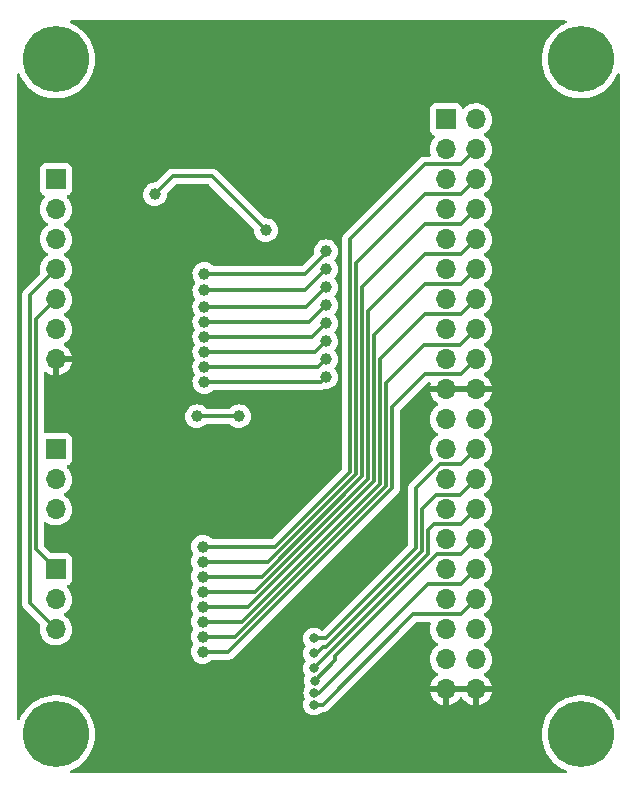
<source format=gbl>
G04 #@! TF.GenerationSoftware,KiCad,Pcbnew,6.0.6-3a73a75311~116~ubuntu22.04.1*
G04 #@! TF.CreationDate,2022-06-24T09:32:34-04:00*
G04 #@! TF.ProjectId,led_breakout,6c65645f-6272-4656-916b-6f75742e6b69,0*
G04 #@! TF.SameCoordinates,Original*
G04 #@! TF.FileFunction,Copper,L2,Bot*
G04 #@! TF.FilePolarity,Positive*
%FSLAX46Y46*%
G04 Gerber Fmt 4.6, Leading zero omitted, Abs format (unit mm)*
G04 Created by KiCad (PCBNEW 6.0.6-3a73a75311~116~ubuntu22.04.1) date 2022-06-24 09:32:34*
%MOMM*%
%LPD*%
G01*
G04 APERTURE LIST*
G04 #@! TA.AperFunction,ComponentPad*
%ADD10C,5.600000*%
G04 #@! TD*
G04 #@! TA.AperFunction,ComponentPad*
%ADD11R,1.700000X1.700000*%
G04 #@! TD*
G04 #@! TA.AperFunction,ComponentPad*
%ADD12O,1.700000X1.700000*%
G04 #@! TD*
G04 #@! TA.AperFunction,ViaPad*
%ADD13C,1.000000*%
G04 #@! TD*
G04 #@! TA.AperFunction,ViaPad*
%ADD14C,0.800000*%
G04 #@! TD*
G04 #@! TA.AperFunction,Conductor*
%ADD15C,0.300000*%
G04 #@! TD*
G04 APERTURE END LIST*
D10*
X129379032Y-125440979D03*
D11*
X162399032Y-73370979D03*
D12*
X164939032Y-73370979D03*
X162399032Y-75910979D03*
X164939032Y-75910979D03*
X162399032Y-78450979D03*
X164939032Y-78450979D03*
X162399032Y-80990979D03*
X164939032Y-80990979D03*
X162399032Y-83530979D03*
X164939032Y-83530979D03*
X162399032Y-86070979D03*
X164939032Y-86070979D03*
X162399032Y-88610979D03*
X164939032Y-88610979D03*
X162399032Y-91150979D03*
X164939032Y-91150979D03*
X162399032Y-93690979D03*
X164939032Y-93690979D03*
X162399032Y-96230979D03*
X164939032Y-96230979D03*
X162399032Y-98770979D03*
X164939032Y-98770979D03*
X162399032Y-101310979D03*
X164939032Y-101310979D03*
X162399032Y-103850979D03*
X164939032Y-103850979D03*
X162399032Y-106390979D03*
X164939032Y-106390979D03*
X162399032Y-108930979D03*
X164939032Y-108930979D03*
X162399032Y-111470979D03*
X164939032Y-111470979D03*
X162399032Y-114010979D03*
X164939032Y-114010979D03*
X162399032Y-116550979D03*
X164939032Y-116550979D03*
X162399032Y-119090979D03*
X164939032Y-119090979D03*
X162399032Y-121630979D03*
X164939032Y-121630979D03*
D10*
X173829032Y-68290979D03*
D11*
X129379032Y-78450979D03*
D12*
X129379032Y-80990979D03*
X129379032Y-83530979D03*
X129379032Y-86070979D03*
X129379032Y-88610979D03*
X129379032Y-91150979D03*
X129379032Y-93690979D03*
D10*
X173829032Y-125440979D03*
D11*
X129379032Y-101310979D03*
D12*
X129379032Y-103850979D03*
X129379032Y-106390979D03*
D11*
X129379032Y-111470979D03*
D12*
X129379032Y-114010979D03*
X129379032Y-116550979D03*
D10*
X129379032Y-68290979D03*
D13*
X152239032Y-84546979D03*
X141952032Y-86451979D03*
X141952032Y-87848979D03*
X152239032Y-86070979D03*
X141952032Y-89245979D03*
X152239032Y-87594979D03*
X141952032Y-90515979D03*
X152239032Y-89118979D03*
X141952032Y-91785979D03*
X152239032Y-90642979D03*
X141952032Y-93055979D03*
X152239032Y-92166979D03*
X141952032Y-94325979D03*
X152239032Y-93690979D03*
X141952032Y-95595979D03*
X152239032Y-95214979D03*
X141825032Y-109565979D03*
X141825032Y-110835979D03*
X141825032Y-112105979D03*
X141825032Y-113375979D03*
X141825032Y-114645979D03*
X141825032Y-115915979D03*
X141825032Y-117185979D03*
X141825032Y-118455979D03*
D14*
X151223032Y-117312979D03*
X151223032Y-118582979D03*
X151223032Y-119852979D03*
X151274122Y-120887587D03*
X151249394Y-121922813D03*
X151223032Y-122921968D03*
D13*
X143095032Y-102580979D03*
X137507032Y-104104979D03*
X153915432Y-77917579D03*
X140047032Y-79633479D03*
X142323594Y-80150917D03*
X140834432Y-74285379D03*
X152747032Y-102707979D03*
X141317032Y-98516979D03*
X144873032Y-98516979D03*
X147159032Y-82768979D03*
X137761032Y-79720979D03*
D15*
X152239032Y-84673979D02*
X152239032Y-84546979D01*
X150461032Y-86451979D02*
X152239032Y-84673979D01*
X141952032Y-86451979D02*
X150461032Y-86451979D01*
X141952032Y-87848979D02*
X150461032Y-87848979D01*
X150461032Y-87848979D02*
X152239032Y-86070979D01*
X150588032Y-89245979D02*
X152239032Y-87594979D01*
X141952032Y-89245979D02*
X150588032Y-89245979D01*
X150842032Y-90515979D02*
X152239032Y-89118979D01*
X141952032Y-90515979D02*
X150842032Y-90515979D01*
X151096032Y-91785979D02*
X152239032Y-90642979D01*
X141952032Y-91785979D02*
X151096032Y-91785979D01*
X151350032Y-93055979D02*
X152239032Y-92166979D01*
X141952032Y-93055979D02*
X151350032Y-93055979D01*
X141952032Y-94325979D02*
X151604032Y-94325979D01*
X151604032Y-94325979D02*
X152239032Y-93690979D01*
X141952032Y-95595979D02*
X151858032Y-95595979D01*
X151858032Y-95595979D02*
X152239032Y-95214979D01*
X147929120Y-109565979D02*
X154271032Y-103224067D01*
X163669032Y-77180979D02*
X164939032Y-75910979D01*
X160621032Y-77180979D02*
X163669032Y-77180979D01*
X154271032Y-103224067D02*
X154271032Y-83530979D01*
X154271032Y-83530979D02*
X160621032Y-77180979D01*
X141825032Y-109565979D02*
X147929120Y-109565979D01*
X160621032Y-79720979D02*
X163669032Y-79720979D01*
X154779032Y-85562979D02*
X160621032Y-79720979D01*
X147365536Y-110835979D02*
X154779032Y-103422483D01*
X154779032Y-103422483D02*
X154779032Y-85562979D01*
X141825032Y-110835979D02*
X147365536Y-110835979D01*
X163669032Y-79720979D02*
X164939032Y-78450979D01*
X155287032Y-87594979D02*
X160621032Y-82260979D01*
X155295521Y-103612410D02*
X155295521Y-95903834D01*
X141825032Y-112105979D02*
X146801952Y-112105979D01*
X146801952Y-112105979D02*
X155295521Y-103612410D01*
X163669032Y-82260979D02*
X164939032Y-80990979D01*
X155295521Y-95903834D02*
X155287032Y-95895345D01*
X155287032Y-95895345D02*
X155287032Y-87594979D01*
X160621032Y-82260979D02*
X163669032Y-82260979D01*
X146238368Y-113375979D02*
X155795032Y-103819315D01*
X155795032Y-103819315D02*
X155795032Y-89626979D01*
X160621032Y-84800979D02*
X163669032Y-84800979D01*
X163669032Y-84800979D02*
X164939032Y-83530979D01*
X155795032Y-89626979D02*
X160621032Y-84800979D01*
X141825032Y-113375979D02*
X146238368Y-113375979D01*
X163669032Y-87340979D02*
X164939032Y-86070979D01*
X145674784Y-114645979D02*
X156303032Y-104017731D01*
X160621032Y-87340979D02*
X163669032Y-87340979D01*
X141825032Y-114645979D02*
X145674784Y-114645979D01*
X156303032Y-104017731D02*
X156303032Y-91658979D01*
X156303032Y-91658979D02*
X160621032Y-87340979D01*
X156811032Y-104216147D02*
X156811032Y-93690979D01*
X145111200Y-115915979D02*
X156811032Y-104216147D01*
X156811032Y-93690979D02*
X160621032Y-89880979D01*
X160621032Y-89880979D02*
X163669032Y-89880979D01*
X163669032Y-89880979D02*
X164939032Y-88610979D01*
X141825032Y-115915979D02*
X145111200Y-115915979D01*
X144547616Y-117185979D02*
X157319032Y-104414563D01*
X157319032Y-95722979D02*
X160550543Y-92491468D01*
X163598543Y-92491468D02*
X164939032Y-91150979D01*
X157319032Y-104414563D02*
X157319032Y-95722979D01*
X141825032Y-117185979D02*
X144547616Y-117185979D01*
X160550543Y-92491468D02*
X163598543Y-92491468D01*
X163669032Y-94960979D02*
X164939032Y-93690979D01*
X157827032Y-97754979D02*
X160621032Y-94960979D01*
X141825032Y-118455979D02*
X143984032Y-118455979D01*
X143984032Y-118455979D02*
X157827032Y-104612979D01*
X157827032Y-104612979D02*
X157827032Y-97754979D01*
X160621032Y-94960979D02*
X163669032Y-94960979D01*
X159859032Y-104612979D02*
X161891032Y-102580979D01*
X152239032Y-117312979D02*
X159859032Y-109692979D01*
X163669032Y-102580979D02*
X164939032Y-101310979D01*
X161891032Y-102580979D02*
X163669032Y-102580979D01*
X159859032Y-109692979D02*
X159859032Y-104612979D01*
X151223032Y-117312979D02*
X152239032Y-117312979D01*
X151477032Y-118582979D02*
X151993521Y-118066490D01*
X161566543Y-105191468D02*
X163598543Y-105191468D01*
X160367032Y-109946979D02*
X160367032Y-106390979D01*
X151223032Y-118582979D02*
X151477032Y-118582979D01*
X163598543Y-105191468D02*
X164939032Y-103850979D01*
X160367032Y-106390979D02*
X161566543Y-105191468D01*
X151993521Y-118066490D02*
X152247521Y-118066490D01*
X152247521Y-118066490D02*
X160367032Y-109946979D01*
X151223032Y-119852979D02*
X160875032Y-110200979D01*
X163669032Y-107660979D02*
X164939032Y-106390979D01*
X160875032Y-110200979D02*
X160875032Y-108168979D01*
X160875032Y-108168979D02*
X161383032Y-107660979D01*
X161383032Y-107660979D02*
X163669032Y-107660979D01*
X163669032Y-110200979D02*
X161637032Y-110200979D01*
X153001032Y-118836979D02*
X153001032Y-119160677D01*
X153001032Y-119160677D02*
X151274122Y-120887587D01*
X161637032Y-110200979D02*
X153001032Y-118836979D01*
X164939032Y-108930979D02*
X163669032Y-110200979D01*
X160875032Y-112740979D02*
X151693198Y-121922813D01*
X151693198Y-121922813D02*
X151249394Y-121922813D01*
X164939032Y-111470979D02*
X163669032Y-112740979D01*
X163669032Y-112740979D02*
X160875032Y-112740979D01*
X164939032Y-114010979D02*
X163669032Y-115280979D01*
X159605032Y-115280979D02*
X151964043Y-122921968D01*
X163669032Y-115280979D02*
X159605032Y-115280979D01*
X151964043Y-122921968D02*
X151223032Y-122921968D01*
X127177721Y-88272290D02*
X129379032Y-86070979D01*
X127177721Y-114349668D02*
X127177721Y-88272290D01*
X129379032Y-116550979D02*
X127177721Y-114349668D01*
X141317032Y-98516979D02*
X144873032Y-98516979D01*
X139285032Y-78196979D02*
X142587032Y-78196979D01*
X137761032Y-79720979D02*
X139285032Y-78196979D01*
X142587032Y-78196979D02*
X147159032Y-82768979D01*
X127677232Y-109769179D02*
X127677232Y-90312779D01*
X129379032Y-111470979D02*
X127677232Y-109769179D01*
X127677232Y-90312779D02*
X129379032Y-88610979D01*
G04 #@! TA.AperFunction,Conductor*
G36*
X172513917Y-64989480D02*
G01*
X172582038Y-65009482D01*
X172628531Y-65063138D01*
X172638635Y-65133412D01*
X172609141Y-65197992D01*
X172566568Y-65229952D01*
X172283726Y-65360045D01*
X172280792Y-65361801D01*
X172280790Y-65361802D01*
X172252830Y-65378536D01*
X171976225Y-65544080D01*
X171973499Y-65546142D01*
X171973497Y-65546143D01*
X171788931Y-65685730D01*
X171690399Y-65760249D01*
X171429591Y-66006022D01*
X171427379Y-66008612D01*
X171427377Y-66008614D01*
X171421781Y-66015166D01*
X171196851Y-66278525D01*
X171194932Y-66281337D01*
X171194929Y-66281342D01*
X171138536Y-66364012D01*
X170994903Y-66574570D01*
X170826109Y-66890693D01*
X170692443Y-67223197D01*
X170691523Y-67226471D01*
X170691521Y-67226476D01*
X170615590Y-67496610D01*
X170595469Y-67568192D01*
X170536322Y-67921642D01*
X170515693Y-68279413D01*
X170515865Y-68282808D01*
X170515865Y-68282809D01*
X170518443Y-68333700D01*
X170533824Y-68637319D01*
X170534361Y-68640674D01*
X170534362Y-68640680D01*
X170539348Y-68671807D01*
X170590502Y-68991174D01*
X170685065Y-69336838D01*
X170816406Y-69670267D01*
X170982989Y-69987561D01*
X170984890Y-69990390D01*
X170984896Y-69990400D01*
X171168601Y-70263779D01*
X171182866Y-70285008D01*
X171413697Y-70559129D01*
X171672783Y-70806717D01*
X171957093Y-71024876D01*
X171989088Y-71044329D01*
X172260387Y-71209282D01*
X172260392Y-71209285D01*
X172263302Y-71211054D01*
X172266390Y-71212500D01*
X172266389Y-71212500D01*
X172584742Y-71361628D01*
X172584752Y-71361632D01*
X172587826Y-71363072D01*
X172591044Y-71364174D01*
X172591047Y-71364175D01*
X172923647Y-71478050D01*
X172923655Y-71478052D01*
X172926870Y-71479153D01*
X173276467Y-71557938D01*
X173328760Y-71563896D01*
X173629146Y-71598121D01*
X173629154Y-71598121D01*
X173632529Y-71598506D01*
X173635933Y-71598524D01*
X173635936Y-71598524D01*
X173830259Y-71599541D01*
X173990889Y-71600382D01*
X173994275Y-71600032D01*
X173994277Y-71600032D01*
X174343964Y-71563896D01*
X174343973Y-71563895D01*
X174347356Y-71563545D01*
X174350689Y-71562831D01*
X174350692Y-71562830D01*
X174523218Y-71525843D01*
X174697759Y-71488425D01*
X175038000Y-71375901D01*
X175364098Y-71227290D01*
X175458084Y-71171485D01*
X175669294Y-71046078D01*
X175669299Y-71046075D01*
X175672239Y-71044329D01*
X175958818Y-70829159D01*
X176220483Y-70584298D01*
X176454172Y-70312609D01*
X176560782Y-70157491D01*
X176655222Y-70020080D01*
X176655227Y-70020073D01*
X176657152Y-70017271D01*
X176658764Y-70014277D01*
X176658769Y-70014269D01*
X176825427Y-69704751D01*
X176827049Y-69701739D01*
X176887789Y-69552154D01*
X176931950Y-69496563D01*
X176999156Y-69473673D01*
X177068068Y-69490750D01*
X177116808Y-69542373D01*
X177130532Y-69599558D01*
X177130531Y-78706288D01*
X177130529Y-124131831D01*
X177110527Y-124199952D01*
X177056871Y-124246445D01*
X176986597Y-124256549D01*
X176922017Y-124227055D01*
X176887458Y-124178419D01*
X176838084Y-124054348D01*
X176836825Y-124051184D01*
X176719962Y-123830468D01*
X176670734Y-123737492D01*
X176670730Y-123737485D01*
X176669135Y-123734473D01*
X176468222Y-123437725D01*
X176456789Y-123424243D01*
X176340601Y-123287239D01*
X176236435Y-123164411D01*
X175976486Y-122917729D01*
X175691416Y-122700564D01*
X175688504Y-122698807D01*
X175688499Y-122698804D01*
X175387475Y-122517215D01*
X175387469Y-122517212D01*
X175384560Y-122515457D01*
X175059507Y-122364572D01*
X174869008Y-122300092D01*
X174723287Y-122250768D01*
X174723282Y-122250767D01*
X174720060Y-122249676D01*
X174521713Y-122205703D01*
X174373525Y-122172850D01*
X174373519Y-122172849D01*
X174370190Y-122172111D01*
X174366801Y-122171737D01*
X174366796Y-122171736D01*
X174017370Y-122133159D01*
X174017365Y-122133159D01*
X174013989Y-122132786D01*
X174010590Y-122132780D01*
X174010589Y-122132780D01*
X173841112Y-122132484D01*
X173655624Y-122132161D01*
X173542445Y-122144256D01*
X173302671Y-122169880D01*
X173302663Y-122169881D01*
X173299288Y-122170242D01*
X172949149Y-122246585D01*
X172609303Y-122360296D01*
X172606210Y-122361718D01*
X172606209Y-122361719D01*
X172424122Y-122445470D01*
X172283726Y-122510045D01*
X171976225Y-122694080D01*
X171973499Y-122696142D01*
X171973497Y-122696143D01*
X171702404Y-122901170D01*
X171690399Y-122910249D01*
X171687914Y-122912591D01*
X171687909Y-122912595D01*
X171635088Y-122962371D01*
X171429591Y-123156022D01*
X171196851Y-123428525D01*
X171194932Y-123431337D01*
X171194929Y-123431342D01*
X171105846Y-123561933D01*
X170994903Y-123724570D01*
X170826109Y-124040693D01*
X170692443Y-124373197D01*
X170691523Y-124376471D01*
X170691521Y-124376476D01*
X170689364Y-124384152D01*
X170595469Y-124718192D01*
X170536322Y-125071642D01*
X170515693Y-125429413D01*
X170533824Y-125787319D01*
X170534361Y-125790674D01*
X170534362Y-125790680D01*
X170539348Y-125821807D01*
X170590502Y-126141174D01*
X170685065Y-126486838D01*
X170816406Y-126820267D01*
X170847183Y-126878888D01*
X170912169Y-127002668D01*
X170982989Y-127137561D01*
X170984890Y-127140390D01*
X170984896Y-127140400D01*
X171137810Y-127367958D01*
X171182866Y-127435008D01*
X171413697Y-127709129D01*
X171672783Y-127956717D01*
X171957093Y-128174876D01*
X171989088Y-128194329D01*
X172260387Y-128359282D01*
X172260392Y-128359285D01*
X172263302Y-128361054D01*
X172266390Y-128362500D01*
X172266389Y-128362500D01*
X172564990Y-128502375D01*
X172618193Y-128549385D01*
X172637535Y-128617696D01*
X172616875Y-128685620D01*
X172562772Y-128731592D01*
X172511541Y-128742477D01*
X151676676Y-128742477D01*
X130693090Y-128742476D01*
X130624969Y-128722474D01*
X130578476Y-128668818D01*
X130568372Y-128598544D01*
X130597866Y-128533964D01*
X130640839Y-128501821D01*
X130910986Y-128378708D01*
X130914098Y-128377290D01*
X131008084Y-128321485D01*
X131219294Y-128196078D01*
X131219299Y-128196075D01*
X131222239Y-128194329D01*
X131508818Y-127979159D01*
X131770483Y-127734298D01*
X132004172Y-127462609D01*
X132110782Y-127307491D01*
X132205222Y-127170080D01*
X132205227Y-127170073D01*
X132207152Y-127167271D01*
X132208764Y-127164277D01*
X132208769Y-127164269D01*
X132375427Y-126854751D01*
X132377049Y-126851739D01*
X132511874Y-126519703D01*
X132522174Y-126483547D01*
X132592874Y-126235351D01*
X132610052Y-126175049D01*
X132670433Y-125821807D01*
X132672543Y-125787319D01*
X132692200Y-125465907D01*
X132692310Y-125464110D01*
X132692391Y-125440979D01*
X132673011Y-125083138D01*
X132615098Y-124729484D01*
X132519329Y-124384152D01*
X132516275Y-124376476D01*
X132388084Y-124054348D01*
X132386825Y-124051184D01*
X132269962Y-123830468D01*
X132220734Y-123737492D01*
X132220730Y-123737485D01*
X132219135Y-123734473D01*
X132018222Y-123437725D01*
X132006789Y-123424243D01*
X131890601Y-123287239D01*
X131786435Y-123164411D01*
X131530953Y-122921968D01*
X150309528Y-122921968D01*
X150329490Y-123111896D01*
X150388505Y-123293524D01*
X150483992Y-123458912D01*
X150488410Y-123463819D01*
X150488411Y-123463820D01*
X150607357Y-123595923D01*
X150611779Y-123600834D01*
X150766280Y-123713086D01*
X150772308Y-123715770D01*
X150772310Y-123715771D01*
X150934713Y-123788077D01*
X150940744Y-123790762D01*
X151034144Y-123810615D01*
X151121088Y-123829096D01*
X151121093Y-123829096D01*
X151127545Y-123830468D01*
X151318519Y-123830468D01*
X151324971Y-123829096D01*
X151324976Y-123829096D01*
X151411920Y-123810615D01*
X151505320Y-123790762D01*
X151511351Y-123788077D01*
X151673754Y-123715771D01*
X151673756Y-123715770D01*
X151679784Y-123713086D01*
X151826746Y-123606311D01*
X151893615Y-123582452D01*
X151900819Y-123582586D01*
X151901580Y-123582756D01*
X151904699Y-123582658D01*
X151972412Y-123580530D01*
X151976370Y-123580468D01*
X152005475Y-123580468D01*
X152009875Y-123579912D01*
X152021707Y-123578980D01*
X152067874Y-123577530D01*
X152088464Y-123571548D01*
X152107825Y-123567538D01*
X152114813Y-123566656D01*
X152121247Y-123565843D01*
X152121248Y-123565843D01*
X152129107Y-123564850D01*
X152136472Y-123561934D01*
X152136476Y-123561933D01*
X152172064Y-123547842D01*
X152183274Y-123544003D01*
X152227643Y-123531113D01*
X152246108Y-123520193D01*
X152263848Y-123511502D01*
X152283799Y-123503603D01*
X152321172Y-123476450D01*
X152331091Y-123469935D01*
X152364020Y-123450461D01*
X152364024Y-123450458D01*
X152370850Y-123446421D01*
X152386014Y-123431257D01*
X152401048Y-123418416D01*
X152411986Y-123410469D01*
X152418400Y-123405809D01*
X152447846Y-123370215D01*
X152455835Y-123361436D01*
X153918326Y-121898945D01*
X161067289Y-121898945D01*
X161097597Y-122033425D01*
X161100677Y-122043254D01*
X161180802Y-122240582D01*
X161185445Y-122249773D01*
X161296726Y-122431367D01*
X161302809Y-122439678D01*
X161442245Y-122600646D01*
X161449612Y-122607862D01*
X161613466Y-122743895D01*
X161621913Y-122749810D01*
X161805788Y-122857258D01*
X161815074Y-122861708D01*
X162014033Y-122937682D01*
X162023931Y-122940558D01*
X162127282Y-122961585D01*
X162141331Y-122960389D01*
X162145032Y-122950044D01*
X162145032Y-122949496D01*
X162653032Y-122949496D01*
X162657096Y-122963338D01*
X162670510Y-122965372D01*
X162677216Y-122964513D01*
X162687294Y-122962371D01*
X162891287Y-122901170D01*
X162900874Y-122897412D01*
X163092127Y-122803718D01*
X163100977Y-122798443D01*
X163274360Y-122674771D01*
X163282232Y-122668118D01*
X163433084Y-122517791D01*
X163439762Y-122509944D01*
X163567054Y-122332798D01*
X163568179Y-122333606D01*
X163615701Y-122289855D01*
X163685639Y-122277640D01*
X163751078Y-122305176D01*
X163778902Y-122337007D01*
X163836722Y-122431362D01*
X163842809Y-122439678D01*
X163982245Y-122600646D01*
X163989612Y-122607862D01*
X164153466Y-122743895D01*
X164161913Y-122749810D01*
X164345788Y-122857258D01*
X164355074Y-122861708D01*
X164554033Y-122937682D01*
X164563931Y-122940558D01*
X164667282Y-122961585D01*
X164681331Y-122960389D01*
X164685032Y-122950044D01*
X164685032Y-122949496D01*
X165193032Y-122949496D01*
X165197096Y-122963338D01*
X165210510Y-122965372D01*
X165217216Y-122964513D01*
X165227294Y-122962371D01*
X165431287Y-122901170D01*
X165440874Y-122897412D01*
X165632127Y-122803718D01*
X165640977Y-122798443D01*
X165814360Y-122674771D01*
X165822232Y-122668118D01*
X165973084Y-122517791D01*
X165979762Y-122509944D01*
X166104035Y-122336999D01*
X166109345Y-122328162D01*
X166203702Y-122137246D01*
X166207501Y-122127651D01*
X166269409Y-121923889D01*
X166271587Y-121913816D01*
X166273018Y-121902941D01*
X166270807Y-121888757D01*
X166257649Y-121884979D01*
X165211147Y-121884979D01*
X165195908Y-121889454D01*
X165194703Y-121890844D01*
X165193032Y-121898527D01*
X165193032Y-122949496D01*
X164685032Y-122949496D01*
X164685032Y-121903094D01*
X164680557Y-121887855D01*
X164679167Y-121886650D01*
X164671484Y-121884979D01*
X162671147Y-121884979D01*
X162655908Y-121889454D01*
X162654703Y-121890844D01*
X162653032Y-121898527D01*
X162653032Y-122949496D01*
X162145032Y-122949496D01*
X162145032Y-121903094D01*
X162140557Y-121887855D01*
X162139167Y-121886650D01*
X162131484Y-121884979D01*
X161082257Y-121884979D01*
X161068726Y-121888952D01*
X161067289Y-121898945D01*
X153918326Y-121898945D01*
X156147657Y-119669614D01*
X159840886Y-115976384D01*
X159903198Y-115942358D01*
X159929981Y-115939479D01*
X160993071Y-115939479D01*
X161061192Y-115959481D01*
X161107685Y-116013137D01*
X161117789Y-116083411D01*
X161114490Y-116099143D01*
X161060021Y-116295549D01*
X161036283Y-116517674D01*
X161036580Y-116522827D01*
X161036580Y-116522830D01*
X161042043Y-116617569D01*
X161049142Y-116740694D01*
X161050279Y-116745740D01*
X161050280Y-116745746D01*
X161070151Y-116833918D01*
X161098254Y-116958618D01*
X161182298Y-117165595D01*
X161233051Y-117248417D01*
X161296323Y-117351667D01*
X161299019Y-117356067D01*
X161445282Y-117524917D01*
X161617158Y-117667611D01*
X161635365Y-117678250D01*
X161690477Y-117710455D01*
X161739201Y-117762093D01*
X161752272Y-117831876D01*
X161725541Y-117897648D01*
X161685087Y-117931006D01*
X161672639Y-117937486D01*
X161668506Y-117940589D01*
X161668503Y-117940591D01*
X161498132Y-118068509D01*
X161493997Y-118071614D01*
X161339661Y-118233117D01*
X161336752Y-118237382D01*
X161336746Y-118237390D01*
X161327186Y-118251404D01*
X161213775Y-118417659D01*
X161198035Y-118451569D01*
X161140084Y-118576414D01*
X161119720Y-118620284D01*
X161060021Y-118835549D01*
X161036283Y-119057674D01*
X161036580Y-119062827D01*
X161036580Y-119062830D01*
X161048844Y-119275526D01*
X161049142Y-119280694D01*
X161050279Y-119285740D01*
X161050280Y-119285746D01*
X161058395Y-119321753D01*
X161098254Y-119498618D01*
X161182298Y-119705595D01*
X161233051Y-119788417D01*
X161296323Y-119891667D01*
X161299019Y-119896067D01*
X161445282Y-120064917D01*
X161617158Y-120207611D01*
X161635365Y-120218250D01*
X161690987Y-120250753D01*
X161739711Y-120302391D01*
X161752782Y-120372174D01*
X161726051Y-120437946D01*
X161685594Y-120471306D01*
X161677489Y-120475525D01*
X161668770Y-120481015D01*
X161498465Y-120608884D01*
X161490758Y-120615727D01*
X161343622Y-120769696D01*
X161337136Y-120777706D01*
X161217130Y-120953628D01*
X161212032Y-120962602D01*
X161122370Y-121155762D01*
X161118807Y-121165449D01*
X161063421Y-121365162D01*
X161064944Y-121373586D01*
X161077324Y-121376979D01*
X166257376Y-121376979D01*
X166270907Y-121373006D01*
X166272212Y-121363926D01*
X166230246Y-121196854D01*
X166226926Y-121187103D01*
X166142004Y-120991793D01*
X166137137Y-120982718D01*
X166021458Y-120803905D01*
X166015168Y-120795736D01*
X165871838Y-120638219D01*
X165864305Y-120631194D01*
X165697171Y-120499201D01*
X165688588Y-120493499D01*
X165651634Y-120473099D01*
X165601663Y-120422666D01*
X165586891Y-120353224D01*
X165612007Y-120286818D01*
X165639359Y-120260211D01*
X165698186Y-120218250D01*
X165818892Y-120132152D01*
X165977128Y-119974468D01*
X166036626Y-119891668D01*
X166104467Y-119797256D01*
X166107485Y-119793056D01*
X166128352Y-119750836D01*
X166204168Y-119597432D01*
X166204169Y-119597430D01*
X166206462Y-119592790D01*
X166271402Y-119379048D01*
X166300561Y-119157569D01*
X166301481Y-119119923D01*
X166302106Y-119094344D01*
X166302106Y-119094340D01*
X166302188Y-119090979D01*
X166283884Y-118868340D01*
X166229463Y-118651681D01*
X166140386Y-118446819D01*
X166019046Y-118259256D01*
X165868702Y-118094030D01*
X165864651Y-118090831D01*
X165864647Y-118090827D01*
X165697446Y-117958779D01*
X165697442Y-117958777D01*
X165693391Y-117955577D01*
X165652085Y-117932775D01*
X165602116Y-117882343D01*
X165587344Y-117812900D01*
X165612460Y-117746495D01*
X165639812Y-117719888D01*
X165698186Y-117678250D01*
X165818892Y-117592152D01*
X165977128Y-117434468D01*
X166036626Y-117351668D01*
X166104467Y-117257256D01*
X166107485Y-117253056D01*
X166128352Y-117210836D01*
X166204168Y-117057432D01*
X166204169Y-117057430D01*
X166206462Y-117052790D01*
X166271402Y-116839048D01*
X166300561Y-116617569D01*
X166302188Y-116550979D01*
X166283884Y-116328340D01*
X166229463Y-116111681D01*
X166140386Y-115906819D01*
X166019046Y-115719256D01*
X165868702Y-115554030D01*
X165864651Y-115550831D01*
X165864647Y-115550827D01*
X165697446Y-115418779D01*
X165697442Y-115418777D01*
X165693391Y-115415577D01*
X165652085Y-115392775D01*
X165602116Y-115342343D01*
X165587344Y-115272900D01*
X165612460Y-115206495D01*
X165639812Y-115179888D01*
X165683635Y-115148629D01*
X165818892Y-115052152D01*
X165977128Y-114894468D01*
X166107485Y-114713056D01*
X166143463Y-114640261D01*
X166204168Y-114517432D01*
X166204169Y-114517430D01*
X166206462Y-114512790D01*
X166240307Y-114401395D01*
X166269897Y-114304002D01*
X166269897Y-114304000D01*
X166271402Y-114299048D01*
X166300561Y-114077569D01*
X166302188Y-114010979D01*
X166283884Y-113788340D01*
X166229463Y-113571681D01*
X166140386Y-113366819D01*
X166019046Y-113179256D01*
X165868702Y-113014030D01*
X165864651Y-113010831D01*
X165864647Y-113010827D01*
X165697446Y-112878779D01*
X165697442Y-112878777D01*
X165693391Y-112875577D01*
X165652085Y-112852775D01*
X165602116Y-112802343D01*
X165587344Y-112732900D01*
X165612460Y-112666495D01*
X165639812Y-112639888D01*
X165730964Y-112574870D01*
X165818892Y-112512152D01*
X165977128Y-112354468D01*
X166107485Y-112173056D01*
X166150657Y-112085705D01*
X166204168Y-111977432D01*
X166204169Y-111977430D01*
X166206462Y-111972790D01*
X166271402Y-111759048D01*
X166300561Y-111537569D01*
X166302188Y-111470979D01*
X166283884Y-111248340D01*
X166229463Y-111031681D01*
X166140386Y-110826819D01*
X166019046Y-110639256D01*
X165868702Y-110474030D01*
X165864651Y-110470831D01*
X165864647Y-110470827D01*
X165697446Y-110338779D01*
X165697442Y-110338777D01*
X165693391Y-110335577D01*
X165652085Y-110312775D01*
X165602116Y-110262343D01*
X165587344Y-110192900D01*
X165612460Y-110126495D01*
X165639812Y-110099888D01*
X165683635Y-110068629D01*
X165818892Y-109972152D01*
X165977128Y-109814468D01*
X166107485Y-109633056D01*
X166150657Y-109545705D01*
X166204168Y-109437432D01*
X166204169Y-109437430D01*
X166206462Y-109432790D01*
X166271402Y-109219048D01*
X166300561Y-108997569D01*
X166302188Y-108930979D01*
X166283884Y-108708340D01*
X166229463Y-108491681D01*
X166140386Y-108286819D01*
X166019046Y-108099256D01*
X165868702Y-107934030D01*
X165864651Y-107930831D01*
X165864647Y-107930827D01*
X165697446Y-107798779D01*
X165697442Y-107798777D01*
X165693391Y-107795577D01*
X165652085Y-107772775D01*
X165602116Y-107722343D01*
X165587344Y-107652900D01*
X165612460Y-107586495D01*
X165639812Y-107559888D01*
X165683635Y-107528629D01*
X165818892Y-107432152D01*
X165977128Y-107274468D01*
X166107485Y-107093056D01*
X166140122Y-107027021D01*
X166204168Y-106897432D01*
X166204169Y-106897430D01*
X166206462Y-106892790D01*
X166271402Y-106679048D01*
X166300561Y-106457569D01*
X166302188Y-106390979D01*
X166283884Y-106168340D01*
X166229463Y-105951681D01*
X166140386Y-105746819D01*
X166019046Y-105559256D01*
X165868702Y-105394030D01*
X165864651Y-105390831D01*
X165864647Y-105390827D01*
X165697446Y-105258779D01*
X165697442Y-105258777D01*
X165693391Y-105255577D01*
X165652085Y-105232775D01*
X165602116Y-105182343D01*
X165587344Y-105112900D01*
X165612460Y-105046495D01*
X165639812Y-105019888D01*
X165701857Y-104975632D01*
X165818892Y-104892152D01*
X165825328Y-104885739D01*
X165959002Y-104752531D01*
X165977128Y-104734468D01*
X165992026Y-104713736D01*
X166104467Y-104557256D01*
X166107485Y-104553056D01*
X166115065Y-104537720D01*
X166204168Y-104357432D01*
X166204169Y-104357430D01*
X166206462Y-104352790D01*
X166266228Y-104156078D01*
X166269897Y-104144002D01*
X166269897Y-104144000D01*
X166271402Y-104139048D01*
X166300561Y-103917569D01*
X166302188Y-103850979D01*
X166283884Y-103628340D01*
X166229463Y-103411681D01*
X166140386Y-103206819D01*
X166019046Y-103019256D01*
X165868702Y-102854030D01*
X165864651Y-102850831D01*
X165864647Y-102850827D01*
X165697446Y-102718779D01*
X165697442Y-102718777D01*
X165693391Y-102715577D01*
X165652085Y-102692775D01*
X165602116Y-102642343D01*
X165587344Y-102572900D01*
X165612460Y-102506495D01*
X165639812Y-102479888D01*
X165730964Y-102414870D01*
X165818892Y-102352152D01*
X165977128Y-102194468D01*
X165989087Y-102177826D01*
X166104467Y-102017256D01*
X166107485Y-102013056D01*
X166206462Y-101812790D01*
X166271402Y-101599048D01*
X166300561Y-101377569D01*
X166302188Y-101310979D01*
X166283884Y-101088340D01*
X166229463Y-100871681D01*
X166140386Y-100666819D01*
X166019046Y-100479256D01*
X165868702Y-100314030D01*
X165864651Y-100310831D01*
X165864647Y-100310827D01*
X165697446Y-100178779D01*
X165697442Y-100178777D01*
X165693391Y-100175577D01*
X165652085Y-100152775D01*
X165602116Y-100102343D01*
X165587344Y-100032900D01*
X165612460Y-99966495D01*
X165639812Y-99939888D01*
X165706615Y-99892238D01*
X165818892Y-99812152D01*
X165977128Y-99654468D01*
X166036626Y-99571668D01*
X166104467Y-99477256D01*
X166107485Y-99473056D01*
X166112240Y-99463436D01*
X166204168Y-99277432D01*
X166204169Y-99277430D01*
X166206462Y-99272790D01*
X166271402Y-99059048D01*
X166300561Y-98837569D01*
X166302188Y-98770979D01*
X166283884Y-98548340D01*
X166229463Y-98331681D01*
X166140386Y-98126819D01*
X166065982Y-98011808D01*
X166021854Y-97943596D01*
X166021852Y-97943593D01*
X166019046Y-97939256D01*
X165868702Y-97774030D01*
X165864651Y-97770831D01*
X165864647Y-97770827D01*
X165697446Y-97638779D01*
X165697442Y-97638777D01*
X165693391Y-97635577D01*
X165651601Y-97612508D01*
X165601630Y-97562076D01*
X165586858Y-97492633D01*
X165611974Y-97426227D01*
X165639326Y-97399620D01*
X165814360Y-97274771D01*
X165822232Y-97268118D01*
X165973084Y-97117791D01*
X165979762Y-97109944D01*
X166104035Y-96936999D01*
X166109345Y-96928162D01*
X166203702Y-96737246D01*
X166207501Y-96727651D01*
X166269409Y-96523889D01*
X166271587Y-96513816D01*
X166273018Y-96502941D01*
X166270807Y-96488757D01*
X166257649Y-96484979D01*
X161082257Y-96484979D01*
X161068726Y-96488952D01*
X161067289Y-96498945D01*
X161097597Y-96633425D01*
X161100677Y-96643254D01*
X161180802Y-96840582D01*
X161185445Y-96849773D01*
X161296726Y-97031367D01*
X161302809Y-97039678D01*
X161442245Y-97200646D01*
X161449612Y-97207862D01*
X161613466Y-97343895D01*
X161621913Y-97349810D01*
X161691001Y-97390182D01*
X161739725Y-97441821D01*
X161752796Y-97511604D01*
X161726065Y-97577375D01*
X161685616Y-97610731D01*
X161672639Y-97617486D01*
X161668506Y-97620589D01*
X161668503Y-97620591D01*
X161498132Y-97748509D01*
X161493997Y-97751614D01*
X161339661Y-97913117D01*
X161336752Y-97917382D01*
X161336746Y-97917390D01*
X161318870Y-97943596D01*
X161213775Y-98097659D01*
X161119720Y-98300284D01*
X161060021Y-98515549D01*
X161036283Y-98737674D01*
X161036580Y-98742827D01*
X161036580Y-98742830D01*
X161045384Y-98895514D01*
X161049142Y-98960694D01*
X161050279Y-98965740D01*
X161050280Y-98965746D01*
X161070151Y-99053918D01*
X161098254Y-99178618D01*
X161136493Y-99272790D01*
X161175482Y-99368808D01*
X161182298Y-99385595D01*
X161220238Y-99447507D01*
X161296323Y-99571667D01*
X161299019Y-99576067D01*
X161445282Y-99744917D01*
X161617158Y-99887611D01*
X161687627Y-99928790D01*
X161690477Y-99930455D01*
X161739201Y-99982093D01*
X161752272Y-100051876D01*
X161725541Y-100117648D01*
X161685087Y-100151006D01*
X161672639Y-100157486D01*
X161668506Y-100160589D01*
X161668503Y-100160591D01*
X161498132Y-100288509D01*
X161493997Y-100291614D01*
X161339661Y-100453117D01*
X161213775Y-100637659D01*
X161119720Y-100840284D01*
X161060021Y-101055549D01*
X161036283Y-101277674D01*
X161036580Y-101282827D01*
X161036580Y-101282830D01*
X161042043Y-101377569D01*
X161049142Y-101500694D01*
X161050279Y-101505740D01*
X161050280Y-101505746D01*
X161070151Y-101593918D01*
X161098254Y-101718618D01*
X161182298Y-101925595D01*
X161184997Y-101929999D01*
X161294867Y-102109292D01*
X161313405Y-102177826D01*
X161291948Y-102245503D01*
X161276529Y-102264222D01*
X159451427Y-104089324D01*
X159442647Y-104097314D01*
X159442645Y-104097316D01*
X159435952Y-104101563D01*
X159430526Y-104107341D01*
X159430525Y-104107342D01*
X159387428Y-104153236D01*
X159384673Y-104156078D01*
X159364105Y-104176646D01*
X159361388Y-104180149D01*
X159353680Y-104189174D01*
X159322060Y-104222846D01*
X159318239Y-104229797D01*
X159318238Y-104229798D01*
X159311729Y-104241637D01*
X159300875Y-104258161D01*
X159293050Y-104268250D01*
X159287728Y-104275111D01*
X159284581Y-104282383D01*
X159284580Y-104282385D01*
X159269378Y-104317514D01*
X159264156Y-104328174D01*
X159241908Y-104368642D01*
X159236573Y-104389420D01*
X159230174Y-104408110D01*
X159221652Y-104427803D01*
X159214969Y-104469997D01*
X159214426Y-104473427D01*
X159212019Y-104485050D01*
X159204830Y-104513051D01*
X159200532Y-104529791D01*
X159200532Y-104551238D01*
X159198981Y-104570948D01*
X159195626Y-104592131D01*
X159199568Y-104633828D01*
X159199973Y-104638117D01*
X159200532Y-104649975D01*
X159200532Y-109368030D01*
X159180530Y-109436151D01*
X159163627Y-109457125D01*
X152003177Y-116617574D01*
X151940865Y-116651600D01*
X151914082Y-116654479D01*
X151903256Y-116654479D01*
X151835135Y-116634477D01*
X151829195Y-116630415D01*
X151828941Y-116630230D01*
X151724493Y-116554344D01*
X151685126Y-116525742D01*
X151685125Y-116525741D01*
X151679784Y-116521861D01*
X151673756Y-116519177D01*
X151673754Y-116519176D01*
X151511351Y-116446870D01*
X151511350Y-116446870D01*
X151505320Y-116444185D01*
X151411919Y-116424332D01*
X151324976Y-116405851D01*
X151324971Y-116405851D01*
X151318519Y-116404479D01*
X151127545Y-116404479D01*
X151121093Y-116405851D01*
X151121088Y-116405851D01*
X151034145Y-116424332D01*
X150940744Y-116444185D01*
X150934714Y-116446870D01*
X150934713Y-116446870D01*
X150772310Y-116519176D01*
X150772308Y-116519177D01*
X150766280Y-116521861D01*
X150611779Y-116634113D01*
X150483992Y-116776035D01*
X150388505Y-116941423D01*
X150329490Y-117123051D01*
X150328800Y-117129612D01*
X150328800Y-117129614D01*
X150318657Y-117226123D01*
X150309528Y-117312979D01*
X150329490Y-117502907D01*
X150388505Y-117684535D01*
X150391808Y-117690257D01*
X150391809Y-117690258D01*
X150420393Y-117739766D01*
X150483992Y-117849923D01*
X150496370Y-117863670D01*
X150527086Y-117927676D01*
X150518322Y-117998129D01*
X150496371Y-118032286D01*
X150483992Y-118046035D01*
X150388505Y-118211423D01*
X150329490Y-118393051D01*
X150328800Y-118399612D01*
X150328800Y-118399614D01*
X150310218Y-118576414D01*
X150309528Y-118582979D01*
X150310218Y-118589544D01*
X150313974Y-118625276D01*
X150329490Y-118772907D01*
X150388505Y-118954535D01*
X150391808Y-118960257D01*
X150391809Y-118960258D01*
X150418778Y-119006970D01*
X150483992Y-119119923D01*
X150496370Y-119133670D01*
X150527086Y-119197676D01*
X150518322Y-119268129D01*
X150496371Y-119302286D01*
X150483992Y-119316035D01*
X150388505Y-119481423D01*
X150329490Y-119663051D01*
X150328800Y-119669612D01*
X150328800Y-119669614D01*
X150318657Y-119766123D01*
X150309528Y-119852979D01*
X150329490Y-120042907D01*
X150388505Y-120224535D01*
X150391808Y-120230257D01*
X150391809Y-120230258D01*
X150461825Y-120351528D01*
X150478563Y-120420523D01*
X150461826Y-120477526D01*
X150439595Y-120516031D01*
X150380580Y-120697659D01*
X150360618Y-120887587D01*
X150361308Y-120894152D01*
X150370617Y-120982718D01*
X150380580Y-121077515D01*
X150439595Y-121259143D01*
X150442898Y-121264865D01*
X150442899Y-121264866D01*
X150475184Y-121320785D01*
X150491922Y-121389780D01*
X150475184Y-121446785D01*
X150414867Y-121551257D01*
X150355852Y-121732885D01*
X150335890Y-121922813D01*
X150355852Y-122112741D01*
X150414867Y-122294369D01*
X150418170Y-122300091D01*
X150418171Y-122300092D01*
X150439226Y-122336560D01*
X150455964Y-122405555D01*
X150439226Y-122462560D01*
X150388505Y-122550412D01*
X150329490Y-122732040D01*
X150328800Y-122738601D01*
X150328800Y-122738603D01*
X150312109Y-122897412D01*
X150309528Y-122921968D01*
X131530953Y-122921968D01*
X131526486Y-122917729D01*
X131241416Y-122700564D01*
X131238504Y-122698807D01*
X131238499Y-122698804D01*
X130937475Y-122517215D01*
X130937469Y-122517212D01*
X130934560Y-122515457D01*
X130609507Y-122364572D01*
X130419008Y-122300092D01*
X130273287Y-122250768D01*
X130273282Y-122250767D01*
X130270060Y-122249676D01*
X130071713Y-122205703D01*
X129923525Y-122172850D01*
X129923519Y-122172849D01*
X129920190Y-122172111D01*
X129916801Y-122171737D01*
X129916796Y-122171736D01*
X129567370Y-122133159D01*
X129567365Y-122133159D01*
X129563989Y-122132786D01*
X129560590Y-122132780D01*
X129560589Y-122132780D01*
X129391112Y-122132484D01*
X129205624Y-122132161D01*
X129092445Y-122144256D01*
X128852671Y-122169880D01*
X128852663Y-122169881D01*
X128849288Y-122170242D01*
X128499149Y-122246585D01*
X128159303Y-122360296D01*
X128156210Y-122361718D01*
X128156209Y-122361719D01*
X127974122Y-122445470D01*
X127833726Y-122510045D01*
X127526225Y-122694080D01*
X127523499Y-122696142D01*
X127523497Y-122696143D01*
X127252404Y-122901170D01*
X127240399Y-122910249D01*
X127237914Y-122912591D01*
X127237909Y-122912595D01*
X127185088Y-122962371D01*
X126979591Y-123156022D01*
X126746851Y-123428525D01*
X126744932Y-123431337D01*
X126744929Y-123431342D01*
X126655846Y-123561933D01*
X126544903Y-123724570D01*
X126376109Y-124040693D01*
X126374838Y-124043854D01*
X126374835Y-124043861D01*
X126320436Y-124179183D01*
X126276470Y-124234928D01*
X126209345Y-124258053D01*
X126140373Y-124241216D01*
X126091453Y-124189764D01*
X126077529Y-124132187D01*
X126077529Y-118441830D01*
X140811751Y-118441830D01*
X140812267Y-118447974D01*
X140826736Y-118620284D01*
X140828300Y-118638913D01*
X140882815Y-118829029D01*
X140973219Y-119004935D01*
X141096067Y-119159932D01*
X141246682Y-119288115D01*
X141419326Y-119384603D01*
X141607424Y-119445719D01*
X141803809Y-119469137D01*
X141809944Y-119468665D01*
X141809946Y-119468665D01*
X141994862Y-119454436D01*
X141994866Y-119454435D01*
X142001004Y-119453963D01*
X142191495Y-119400777D01*
X142196999Y-119397997D01*
X142197001Y-119397996D01*
X142362527Y-119314383D01*
X142362529Y-119314382D01*
X142368028Y-119311604D01*
X142523879Y-119189840D01*
X142551235Y-119158148D01*
X142610888Y-119119651D01*
X142646616Y-119114479D01*
X143901976Y-119114479D01*
X143913832Y-119115038D01*
X143913835Y-119115038D01*
X143921569Y-119116767D01*
X143992401Y-119114541D01*
X143996359Y-119114479D01*
X144025464Y-119114479D01*
X144029864Y-119113923D01*
X144041696Y-119112991D01*
X144087863Y-119111541D01*
X144108453Y-119105559D01*
X144127814Y-119101549D01*
X144134802Y-119100667D01*
X144141236Y-119099854D01*
X144141237Y-119099854D01*
X144149096Y-119098861D01*
X144156461Y-119095945D01*
X144156465Y-119095944D01*
X144192053Y-119081853D01*
X144203263Y-119078014D01*
X144247632Y-119065124D01*
X144266097Y-119054204D01*
X144283837Y-119045513D01*
X144303788Y-119037614D01*
X144341161Y-119010461D01*
X144351080Y-119003946D01*
X144384009Y-118984472D01*
X144384013Y-118984469D01*
X144390839Y-118980432D01*
X144406003Y-118965268D01*
X144421037Y-118952427D01*
X144431975Y-118944480D01*
X144438389Y-118939820D01*
X144467835Y-118904226D01*
X144475824Y-118895447D01*
X158234632Y-105136638D01*
X158243413Y-105128648D01*
X158243422Y-105128640D01*
X158250112Y-105124395D01*
X158298653Y-105072704D01*
X158301407Y-105069863D01*
X158321958Y-105049312D01*
X158324670Y-105045816D01*
X158332381Y-105036787D01*
X158348250Y-105019888D01*
X158364004Y-105003112D01*
X158374333Y-104984324D01*
X158385190Y-104967795D01*
X158393479Y-104957110D01*
X158393480Y-104957108D01*
X158398336Y-104950848D01*
X158416689Y-104908435D01*
X158421900Y-104897798D01*
X158444156Y-104857316D01*
X158449489Y-104836545D01*
X158455891Y-104817843D01*
X158464411Y-104798156D01*
X158471637Y-104752531D01*
X158474045Y-104740905D01*
X158483561Y-104703844D01*
X158483561Y-104703843D01*
X158485532Y-104696167D01*
X158485532Y-104674721D01*
X158487083Y-104655010D01*
X158489198Y-104641657D01*
X158490438Y-104633828D01*
X158486091Y-104587843D01*
X158485532Y-104575985D01*
X158485532Y-98079929D01*
X158505534Y-98011808D01*
X158522437Y-97990834D01*
X160856887Y-95656384D01*
X160919199Y-95622358D01*
X160945982Y-95619479D01*
X160993590Y-95619479D01*
X161061711Y-95639481D01*
X161108204Y-95693137D01*
X161118308Y-95763411D01*
X161115007Y-95779152D01*
X161063421Y-95965163D01*
X161064944Y-95973586D01*
X161077324Y-95976979D01*
X166257376Y-95976979D01*
X166270907Y-95973006D01*
X166272212Y-95963926D01*
X166230246Y-95796854D01*
X166226926Y-95787103D01*
X166142004Y-95591793D01*
X166137137Y-95582718D01*
X166021458Y-95403905D01*
X166015168Y-95395736D01*
X165871838Y-95238219D01*
X165864305Y-95231194D01*
X165697171Y-95099201D01*
X165688588Y-95093499D01*
X165651634Y-95073099D01*
X165601663Y-95022666D01*
X165586891Y-94953224D01*
X165612007Y-94886818D01*
X165639359Y-94860211D01*
X165718311Y-94803895D01*
X165818892Y-94732152D01*
X165977128Y-94574468D01*
X166029980Y-94500917D01*
X166104467Y-94397256D01*
X166107485Y-94393056D01*
X166119018Y-94369722D01*
X166204168Y-94197432D01*
X166204169Y-94197430D01*
X166206462Y-94192790D01*
X166271402Y-93979048D01*
X166300561Y-93757569D01*
X166302188Y-93690979D01*
X166283884Y-93468340D01*
X166229463Y-93251681D01*
X166140386Y-93046819D01*
X166019046Y-92859256D01*
X165868702Y-92694030D01*
X165864651Y-92690831D01*
X165864647Y-92690827D01*
X165697446Y-92558779D01*
X165697442Y-92558777D01*
X165693391Y-92555577D01*
X165652085Y-92532775D01*
X165602116Y-92482343D01*
X165587344Y-92412900D01*
X165612460Y-92346495D01*
X165639812Y-92319888D01*
X165683635Y-92288629D01*
X165818892Y-92192152D01*
X165847671Y-92163474D01*
X165900241Y-92111086D01*
X165977128Y-92034468D01*
X165992026Y-92013736D01*
X166104467Y-91857256D01*
X166107485Y-91853056D01*
X166117140Y-91833522D01*
X166204168Y-91657432D01*
X166204169Y-91657430D01*
X166206462Y-91652790D01*
X166271402Y-91439048D01*
X166300561Y-91217569D01*
X166302188Y-91150979D01*
X166283884Y-90928340D01*
X166229463Y-90711681D01*
X166140386Y-90506819D01*
X166046779Y-90362124D01*
X166021854Y-90323596D01*
X166021852Y-90323593D01*
X166019046Y-90319256D01*
X165868702Y-90154030D01*
X165864651Y-90150831D01*
X165864647Y-90150827D01*
X165697446Y-90018779D01*
X165697442Y-90018777D01*
X165693391Y-90015577D01*
X165652085Y-89992775D01*
X165602116Y-89942343D01*
X165587344Y-89872900D01*
X165612460Y-89806495D01*
X165639812Y-89779888D01*
X165683635Y-89748629D01*
X165818892Y-89652152D01*
X165977128Y-89494468D01*
X166107485Y-89313056D01*
X166145861Y-89235409D01*
X166204168Y-89117432D01*
X166204169Y-89117430D01*
X166206462Y-89112790D01*
X166271402Y-88899048D01*
X166300561Y-88677569D01*
X166302188Y-88610979D01*
X166283884Y-88388340D01*
X166229463Y-88171681D01*
X166140386Y-87966819D01*
X166055728Y-87835957D01*
X166021854Y-87783596D01*
X166021852Y-87783593D01*
X166019046Y-87779256D01*
X165868702Y-87614030D01*
X165864651Y-87610831D01*
X165864647Y-87610827D01*
X165697446Y-87478779D01*
X165697442Y-87478777D01*
X165693391Y-87475577D01*
X165652085Y-87452775D01*
X165602116Y-87402343D01*
X165587344Y-87332900D01*
X165612460Y-87266495D01*
X165639812Y-87239888D01*
X165762721Y-87152218D01*
X165818892Y-87112152D01*
X165977128Y-86954468D01*
X166029980Y-86880917D01*
X166104467Y-86777256D01*
X166107485Y-86773056D01*
X166111960Y-86764003D01*
X166204168Y-86577432D01*
X166204169Y-86577430D01*
X166206462Y-86572790D01*
X166271402Y-86359048D01*
X166300561Y-86137569D01*
X166302188Y-86070979D01*
X166283884Y-85848340D01*
X166229463Y-85631681D01*
X166140386Y-85426819D01*
X166019046Y-85239256D01*
X165868702Y-85074030D01*
X165864651Y-85070831D01*
X165864647Y-85070827D01*
X165697446Y-84938779D01*
X165697442Y-84938777D01*
X165693391Y-84935577D01*
X165652085Y-84912775D01*
X165602116Y-84862343D01*
X165587344Y-84792900D01*
X165612460Y-84726495D01*
X165639812Y-84699888D01*
X165683635Y-84668629D01*
X165818892Y-84572152D01*
X165847671Y-84543474D01*
X165973467Y-84418116D01*
X165977128Y-84414468D01*
X166027590Y-84344243D01*
X166104467Y-84237256D01*
X166107485Y-84233056D01*
X166130733Y-84186018D01*
X166204168Y-84037432D01*
X166204169Y-84037430D01*
X166206462Y-84032790D01*
X166271402Y-83819048D01*
X166300561Y-83597569D01*
X166301643Y-83553288D01*
X166302106Y-83534344D01*
X166302106Y-83534340D01*
X166302188Y-83530979D01*
X166283884Y-83308340D01*
X166229463Y-83091681D01*
X166140386Y-82886819D01*
X166064152Y-82768979D01*
X166021854Y-82703596D01*
X166021852Y-82703593D01*
X166019046Y-82699256D01*
X165868702Y-82534030D01*
X165864651Y-82530831D01*
X165864647Y-82530827D01*
X165697446Y-82398779D01*
X165697442Y-82398777D01*
X165693391Y-82395577D01*
X165652085Y-82372775D01*
X165602116Y-82322343D01*
X165587344Y-82252900D01*
X165612460Y-82186495D01*
X165639812Y-82159888D01*
X165683635Y-82128629D01*
X165818892Y-82032152D01*
X165977128Y-81874468D01*
X166003541Y-81837711D01*
X166104467Y-81697256D01*
X166107485Y-81693056D01*
X166145861Y-81615409D01*
X166204168Y-81497432D01*
X166204169Y-81497430D01*
X166206462Y-81492790D01*
X166271402Y-81279048D01*
X166300561Y-81057569D01*
X166302188Y-80990979D01*
X166283884Y-80768340D01*
X166229463Y-80551681D01*
X166140386Y-80346819D01*
X166093770Y-80274762D01*
X166021854Y-80163596D01*
X166021852Y-80163593D01*
X166019046Y-80159256D01*
X165868702Y-79994030D01*
X165864651Y-79990831D01*
X165864647Y-79990827D01*
X165697446Y-79858779D01*
X165697442Y-79858777D01*
X165693391Y-79855577D01*
X165652085Y-79832775D01*
X165602116Y-79782343D01*
X165587344Y-79712900D01*
X165612460Y-79646495D01*
X165639812Y-79619888D01*
X165730964Y-79554870D01*
X165818892Y-79492152D01*
X165977128Y-79334468D01*
X166107485Y-79153056D01*
X166145861Y-79075409D01*
X166204168Y-78957432D01*
X166204169Y-78957430D01*
X166206462Y-78952790D01*
X166258538Y-78781389D01*
X166269897Y-78744002D01*
X166269897Y-78744000D01*
X166271402Y-78739048D01*
X166300561Y-78517569D01*
X166302188Y-78450979D01*
X166283884Y-78228340D01*
X166229463Y-78011681D01*
X166140386Y-77806819D01*
X166100938Y-77745841D01*
X166021854Y-77623596D01*
X166021852Y-77623593D01*
X166019046Y-77619256D01*
X165868702Y-77454030D01*
X165864651Y-77450831D01*
X165864647Y-77450827D01*
X165697446Y-77318779D01*
X165697442Y-77318777D01*
X165693391Y-77315577D01*
X165652085Y-77292775D01*
X165602116Y-77242343D01*
X165587344Y-77172900D01*
X165612460Y-77106495D01*
X165639812Y-77079888D01*
X165683635Y-77048629D01*
X165818892Y-76952152D01*
X165977128Y-76794468D01*
X166107485Y-76613056D01*
X166145861Y-76535409D01*
X166204168Y-76417432D01*
X166204169Y-76417430D01*
X166206462Y-76412790D01*
X166271402Y-76199048D01*
X166300561Y-75977569D01*
X166302188Y-75910979D01*
X166283884Y-75688340D01*
X166229463Y-75471681D01*
X166140386Y-75266819D01*
X166019046Y-75079256D01*
X165868702Y-74914030D01*
X165864651Y-74910831D01*
X165864647Y-74910827D01*
X165697446Y-74778779D01*
X165697442Y-74778777D01*
X165693391Y-74775577D01*
X165652085Y-74752775D01*
X165602116Y-74702343D01*
X165587344Y-74632900D01*
X165612460Y-74566495D01*
X165639812Y-74539888D01*
X165683635Y-74508629D01*
X165818892Y-74412152D01*
X165977128Y-74254468D01*
X166107485Y-74073056D01*
X166206462Y-73872790D01*
X166271402Y-73659048D01*
X166300561Y-73437569D01*
X166302188Y-73370979D01*
X166283884Y-73148340D01*
X166229463Y-72931681D01*
X166140386Y-72726819D01*
X166019046Y-72539256D01*
X165868702Y-72374030D01*
X165864651Y-72370831D01*
X165864647Y-72370827D01*
X165697446Y-72238779D01*
X165697442Y-72238777D01*
X165693391Y-72235577D01*
X165497821Y-72127617D01*
X165492952Y-72125893D01*
X165492948Y-72125891D01*
X165292119Y-72054774D01*
X165292115Y-72054773D01*
X165287244Y-72053048D01*
X165282151Y-72052141D01*
X165282148Y-72052140D01*
X165072405Y-72014779D01*
X165072399Y-72014778D01*
X165067316Y-72013873D01*
X164993484Y-72012971D01*
X164849113Y-72011207D01*
X164849111Y-72011207D01*
X164843943Y-72011144D01*
X164623123Y-72044934D01*
X164410788Y-72114336D01*
X164212639Y-72217486D01*
X164208506Y-72220589D01*
X164208503Y-72220591D01*
X164038132Y-72348509D01*
X164033997Y-72351614D01*
X163977569Y-72410663D01*
X163953315Y-72436043D01*
X163891791Y-72471473D01*
X163820878Y-72468016D01*
X163763092Y-72426770D01*
X163744239Y-72393222D01*
X163702799Y-72282682D01*
X163699647Y-72274274D01*
X163612293Y-72157718D01*
X163495737Y-72070364D01*
X163359348Y-72019234D01*
X163297166Y-72012479D01*
X161500898Y-72012479D01*
X161438716Y-72019234D01*
X161302327Y-72070364D01*
X161185771Y-72157718D01*
X161098417Y-72274274D01*
X161047287Y-72410663D01*
X161040532Y-72472845D01*
X161040532Y-74269113D01*
X161047287Y-74331295D01*
X161098417Y-74467684D01*
X161185771Y-74584240D01*
X161302327Y-74671594D01*
X161310736Y-74674746D01*
X161310737Y-74674747D01*
X161419483Y-74715514D01*
X161476248Y-74758155D01*
X161500948Y-74824717D01*
X161485741Y-74894066D01*
X161466348Y-74920547D01*
X161339661Y-75053117D01*
X161213775Y-75237659D01*
X161119720Y-75440284D01*
X161060021Y-75655549D01*
X161036283Y-75877674D01*
X161036580Y-75882827D01*
X161036580Y-75882830D01*
X161042043Y-75977569D01*
X161049142Y-76100694D01*
X161050279Y-76105740D01*
X161050280Y-76105746D01*
X161070151Y-76193918D01*
X161098254Y-76318618D01*
X161100198Y-76323405D01*
X161100199Y-76323409D01*
X161110621Y-76349076D01*
X161117717Y-76419717D01*
X161085494Y-76482980D01*
X161024184Y-76518780D01*
X160993878Y-76522479D01*
X160703088Y-76522479D01*
X160691232Y-76521920D01*
X160691229Y-76521920D01*
X160683495Y-76520191D01*
X160628478Y-76521920D01*
X160612663Y-76522417D01*
X160608705Y-76522479D01*
X160579600Y-76522479D01*
X160575200Y-76523035D01*
X160563368Y-76523967D01*
X160517201Y-76525417D01*
X160496611Y-76531399D01*
X160477250Y-76535409D01*
X160470262Y-76536291D01*
X160463828Y-76537104D01*
X160463827Y-76537104D01*
X160455968Y-76538097D01*
X160448603Y-76541013D01*
X160448599Y-76541014D01*
X160413011Y-76555105D01*
X160401801Y-76558944D01*
X160357432Y-76571834D01*
X160338967Y-76582754D01*
X160321227Y-76591445D01*
X160301276Y-76599344D01*
X160263906Y-76626495D01*
X160253984Y-76633012D01*
X160221055Y-76652486D01*
X160221051Y-76652489D01*
X160214225Y-76656526D01*
X160199061Y-76671690D01*
X160184028Y-76684530D01*
X160166675Y-76697138D01*
X160137230Y-76732731D01*
X160129240Y-76741511D01*
X153863427Y-83007324D01*
X153854647Y-83015314D01*
X153854645Y-83015316D01*
X153847952Y-83019563D01*
X153842526Y-83025341D01*
X153842525Y-83025342D01*
X153799428Y-83071236D01*
X153796673Y-83074078D01*
X153776105Y-83094646D01*
X153773388Y-83098149D01*
X153765680Y-83107174D01*
X153734060Y-83140846D01*
X153730239Y-83147797D01*
X153730238Y-83147798D01*
X153723729Y-83159637D01*
X153712875Y-83176161D01*
X153705050Y-83186250D01*
X153699728Y-83193111D01*
X153696581Y-83200383D01*
X153696580Y-83200385D01*
X153681378Y-83235514D01*
X153676156Y-83246174D01*
X153660007Y-83275549D01*
X153653908Y-83286642D01*
X153648573Y-83307420D01*
X153642174Y-83326110D01*
X153633652Y-83345803D01*
X153632412Y-83353634D01*
X153626426Y-83391427D01*
X153624019Y-83403050D01*
X153612532Y-83447791D01*
X153612532Y-83469238D01*
X153610981Y-83488948D01*
X153607626Y-83510131D01*
X153611706Y-83553288D01*
X153611973Y-83556117D01*
X153612532Y-83567975D01*
X153612532Y-102899117D01*
X153592530Y-102967238D01*
X153575627Y-102988212D01*
X147693265Y-108870574D01*
X147630953Y-108904600D01*
X147604170Y-108907479D01*
X142649241Y-108907479D01*
X142581120Y-108887477D01*
X142551599Y-108861115D01*
X142547992Y-108856692D01*
X142547988Y-108856688D01*
X142544097Y-108851917D01*
X142478172Y-108797379D01*
X142396457Y-108729778D01*
X142396453Y-108729776D01*
X142391707Y-108725849D01*
X142217733Y-108631781D01*
X142028800Y-108573297D01*
X142022675Y-108572653D01*
X142022674Y-108572653D01*
X141838236Y-108553268D01*
X141838234Y-108553268D01*
X141832107Y-108552624D01*
X141749608Y-108560132D01*
X141641283Y-108569990D01*
X141641280Y-108569991D01*
X141635144Y-108570549D01*
X141629238Y-108572287D01*
X141629234Y-108572288D01*
X141524108Y-108603228D01*
X141445413Y-108626389D01*
X141439955Y-108629242D01*
X141439951Y-108629244D01*
X141349179Y-108676699D01*
X141270142Y-108718019D01*
X141116007Y-108841947D01*
X140988878Y-108993453D01*
X140985911Y-108998851D01*
X140985907Y-108998856D01*
X140907127Y-109142159D01*
X140893599Y-109166766D01*
X140891738Y-109172633D01*
X140891737Y-109172635D01*
X140835659Y-109349415D01*
X140833797Y-109355285D01*
X140811751Y-109551830D01*
X140812267Y-109557974D01*
X140818572Y-109633056D01*
X140828300Y-109748913D01*
X140882815Y-109939029D01*
X140973219Y-110114935D01*
X140977048Y-110119766D01*
X140978871Y-110122067D01*
X140979446Y-110123488D01*
X140980385Y-110124945D01*
X140980108Y-110125123D01*
X141005506Y-110187877D01*
X140992333Y-110257641D01*
X140988878Y-110263453D01*
X140893599Y-110436766D01*
X140891738Y-110442633D01*
X140891737Y-110442635D01*
X140850432Y-110572845D01*
X140833797Y-110625285D01*
X140811751Y-110821830D01*
X140812267Y-110827974D01*
X140825233Y-110982385D01*
X140828300Y-111018913D01*
X140882815Y-111209029D01*
X140973219Y-111384935D01*
X140977048Y-111389766D01*
X140978871Y-111392067D01*
X140979446Y-111393488D01*
X140980385Y-111394945D01*
X140980108Y-111395123D01*
X141005506Y-111457877D01*
X140992333Y-111527641D01*
X140988878Y-111533453D01*
X140893599Y-111706766D01*
X140891738Y-111712633D01*
X140891737Y-111712635D01*
X140839084Y-111878618D01*
X140833797Y-111895285D01*
X140811751Y-112091830D01*
X140812267Y-112097974D01*
X140818572Y-112173056D01*
X140828300Y-112288913D01*
X140882815Y-112479029D01*
X140885634Y-112484514D01*
X140952786Y-112615176D01*
X140973219Y-112654935D01*
X140977048Y-112659766D01*
X140978871Y-112662067D01*
X140979446Y-112663488D01*
X140980385Y-112664945D01*
X140980108Y-112665123D01*
X141005506Y-112727877D01*
X140992333Y-112797641D01*
X140988878Y-112803453D01*
X140893599Y-112976766D01*
X140891738Y-112982633D01*
X140891737Y-112982635D01*
X140879711Y-113020547D01*
X140833797Y-113165285D01*
X140811751Y-113361830D01*
X140812267Y-113367974D01*
X140826736Y-113540284D01*
X140828300Y-113558913D01*
X140829999Y-113564837D01*
X140865612Y-113689034D01*
X140882815Y-113749029D01*
X140973219Y-113924935D01*
X140977048Y-113929766D01*
X140978871Y-113932067D01*
X140979446Y-113933488D01*
X140980385Y-113934945D01*
X140980108Y-113935123D01*
X141005506Y-113997877D01*
X140992333Y-114067641D01*
X140988878Y-114073453D01*
X140893599Y-114246766D01*
X140891738Y-114252633D01*
X140891737Y-114252635D01*
X140842662Y-114407338D01*
X140833797Y-114435285D01*
X140811751Y-114631830D01*
X140814289Y-114662055D01*
X140825672Y-114797611D01*
X140828300Y-114828913D01*
X140882815Y-115019029D01*
X140973219Y-115194935D01*
X140977048Y-115199766D01*
X140978871Y-115202067D01*
X140979446Y-115203488D01*
X140980385Y-115204945D01*
X140980108Y-115205123D01*
X141005506Y-115267877D01*
X140992333Y-115337641D01*
X140988878Y-115343453D01*
X140893599Y-115516766D01*
X140891738Y-115522633D01*
X140891737Y-115522635D01*
X140835659Y-115699415D01*
X140833797Y-115705285D01*
X140811751Y-115901830D01*
X140812267Y-115907974D01*
X140826736Y-116080284D01*
X140828300Y-116098913D01*
X140882815Y-116289029D01*
X140973219Y-116464935D01*
X140977048Y-116469766D01*
X140978871Y-116472067D01*
X140979446Y-116473488D01*
X140980385Y-116474945D01*
X140980108Y-116475123D01*
X141005506Y-116537877D01*
X140992333Y-116607641D01*
X140988878Y-116613453D01*
X140893599Y-116786766D01*
X140891738Y-116792633D01*
X140891737Y-116792635D01*
X140846354Y-116935700D01*
X140833797Y-116975285D01*
X140811751Y-117171830D01*
X140812267Y-117177974D01*
X140818572Y-117253056D01*
X140828300Y-117368913D01*
X140829999Y-117374837D01*
X140873034Y-117524917D01*
X140882815Y-117559029D01*
X140973219Y-117734935D01*
X140977048Y-117739766D01*
X140978871Y-117742067D01*
X140979446Y-117743488D01*
X140980385Y-117744945D01*
X140980108Y-117745123D01*
X141005506Y-117807877D01*
X140992333Y-117877641D01*
X140988878Y-117883453D01*
X140893599Y-118056766D01*
X140891738Y-118062633D01*
X140891737Y-118062635D01*
X140846354Y-118205700D01*
X140833797Y-118245285D01*
X140811751Y-118441830D01*
X126077529Y-118441830D01*
X126077530Y-111043739D01*
X126077530Y-88251442D01*
X126514315Y-88251442D01*
X126515061Y-88259333D01*
X126518662Y-88297428D01*
X126519221Y-88309286D01*
X126519221Y-114267612D01*
X126518662Y-114279468D01*
X126516933Y-114287205D01*
X126517182Y-114295127D01*
X126519159Y-114358037D01*
X126519221Y-114361995D01*
X126519221Y-114391100D01*
X126519777Y-114395500D01*
X126520709Y-114407332D01*
X126522159Y-114453499D01*
X126524371Y-114461112D01*
X126524371Y-114461113D01*
X126528140Y-114474084D01*
X126532151Y-114493450D01*
X126534839Y-114514732D01*
X126537755Y-114522097D01*
X126537756Y-114522101D01*
X126551847Y-114557689D01*
X126555686Y-114568899D01*
X126568576Y-114613268D01*
X126579496Y-114631733D01*
X126588187Y-114649473D01*
X126596086Y-114669424D01*
X126623237Y-114706794D01*
X126629754Y-114716716D01*
X126649228Y-114749645D01*
X126649231Y-114749649D01*
X126653268Y-114756475D01*
X126668432Y-114771639D01*
X126681272Y-114786672D01*
X126693880Y-114804025D01*
X126729473Y-114833470D01*
X126738253Y-114841460D01*
X128021133Y-116124340D01*
X128055159Y-116186652D01*
X128053456Y-116247104D01*
X128040021Y-116295549D01*
X128016283Y-116517674D01*
X128016580Y-116522827D01*
X128016580Y-116522830D01*
X128022043Y-116617569D01*
X128029142Y-116740694D01*
X128030279Y-116745740D01*
X128030280Y-116745746D01*
X128050151Y-116833918D01*
X128078254Y-116958618D01*
X128162298Y-117165595D01*
X128213051Y-117248417D01*
X128276323Y-117351667D01*
X128279019Y-117356067D01*
X128425282Y-117524917D01*
X128597158Y-117667611D01*
X128790032Y-117780317D01*
X128998724Y-117860009D01*
X129003792Y-117861040D01*
X129003795Y-117861041D01*
X129108498Y-117882343D01*
X129217629Y-117904546D01*
X129222804Y-117904736D01*
X129222806Y-117904736D01*
X129435705Y-117912543D01*
X129435709Y-117912543D01*
X129440869Y-117912732D01*
X129445989Y-117912076D01*
X129445991Y-117912076D01*
X129657320Y-117885004D01*
X129657321Y-117885004D01*
X129662448Y-117884347D01*
X129684800Y-117877641D01*
X129871461Y-117821640D01*
X129871466Y-117821638D01*
X129876416Y-117820153D01*
X130077026Y-117721875D01*
X130258892Y-117592152D01*
X130417128Y-117434468D01*
X130476626Y-117351668D01*
X130544467Y-117257256D01*
X130547485Y-117253056D01*
X130568352Y-117210836D01*
X130644168Y-117057432D01*
X130644169Y-117057430D01*
X130646462Y-117052790D01*
X130711402Y-116839048D01*
X130740561Y-116617569D01*
X130742188Y-116550979D01*
X130723884Y-116328340D01*
X130669463Y-116111681D01*
X130580386Y-115906819D01*
X130459046Y-115719256D01*
X130308702Y-115554030D01*
X130304651Y-115550831D01*
X130304647Y-115550827D01*
X130137446Y-115418779D01*
X130137442Y-115418777D01*
X130133391Y-115415577D01*
X130092085Y-115392775D01*
X130042116Y-115342343D01*
X130027344Y-115272900D01*
X130052460Y-115206495D01*
X130079812Y-115179888D01*
X130123635Y-115148629D01*
X130258892Y-115052152D01*
X130417128Y-114894468D01*
X130547485Y-114713056D01*
X130583463Y-114640261D01*
X130644168Y-114517432D01*
X130644169Y-114517430D01*
X130646462Y-114512790D01*
X130680307Y-114401395D01*
X130709897Y-114304002D01*
X130709897Y-114304000D01*
X130711402Y-114299048D01*
X130740561Y-114077569D01*
X130742188Y-114010979D01*
X130723884Y-113788340D01*
X130669463Y-113571681D01*
X130580386Y-113366819D01*
X130459046Y-113179256D01*
X130455564Y-113175429D01*
X130311830Y-113017467D01*
X130280778Y-112953621D01*
X130289173Y-112883122D01*
X130334349Y-112828354D01*
X130360793Y-112814685D01*
X130467329Y-112774746D01*
X130475737Y-112771594D01*
X130592293Y-112684240D01*
X130679647Y-112567684D01*
X130730777Y-112431295D01*
X130737532Y-112369113D01*
X130737532Y-110572845D01*
X130730777Y-110510663D01*
X130679647Y-110374274D01*
X130592293Y-110257718D01*
X130475737Y-110170364D01*
X130339348Y-110119234D01*
X130277166Y-110112479D01*
X129003982Y-110112479D01*
X128935861Y-110092477D01*
X128914887Y-110075574D01*
X128372637Y-109533324D01*
X128338611Y-109471012D01*
X128335732Y-109444229D01*
X128335732Y-107558942D01*
X128355734Y-107490821D01*
X128409390Y-107444328D01*
X128479664Y-107434224D01*
X128542217Y-107461998D01*
X128597158Y-107507611D01*
X128790032Y-107620317D01*
X128998724Y-107700009D01*
X129003792Y-107701040D01*
X129003795Y-107701041D01*
X129108498Y-107722343D01*
X129217629Y-107744546D01*
X129222804Y-107744736D01*
X129222806Y-107744736D01*
X129435705Y-107752543D01*
X129435709Y-107752543D01*
X129440869Y-107752732D01*
X129445989Y-107752076D01*
X129445991Y-107752076D01*
X129657320Y-107725004D01*
X129657321Y-107725004D01*
X129662448Y-107724347D01*
X129669128Y-107722343D01*
X129871461Y-107661640D01*
X129871466Y-107661638D01*
X129876416Y-107660153D01*
X130077026Y-107561875D01*
X130258892Y-107432152D01*
X130417128Y-107274468D01*
X130547485Y-107093056D01*
X130580122Y-107027021D01*
X130644168Y-106897432D01*
X130644169Y-106897430D01*
X130646462Y-106892790D01*
X130711402Y-106679048D01*
X130740561Y-106457569D01*
X130742188Y-106390979D01*
X130723884Y-106168340D01*
X130669463Y-105951681D01*
X130580386Y-105746819D01*
X130459046Y-105559256D01*
X130308702Y-105394030D01*
X130304651Y-105390831D01*
X130304647Y-105390827D01*
X130137446Y-105258779D01*
X130137442Y-105258777D01*
X130133391Y-105255577D01*
X130092085Y-105232775D01*
X130042116Y-105182343D01*
X130027344Y-105112900D01*
X130052460Y-105046495D01*
X130079812Y-105019888D01*
X130141857Y-104975632D01*
X130258892Y-104892152D01*
X130265328Y-104885739D01*
X130399002Y-104752531D01*
X130417128Y-104734468D01*
X130432026Y-104713736D01*
X130544467Y-104557256D01*
X130547485Y-104553056D01*
X130555065Y-104537720D01*
X130644168Y-104357432D01*
X130644169Y-104357430D01*
X130646462Y-104352790D01*
X130706228Y-104156078D01*
X130709897Y-104144002D01*
X130709897Y-104144000D01*
X130711402Y-104139048D01*
X130740561Y-103917569D01*
X130742188Y-103850979D01*
X130723884Y-103628340D01*
X130669463Y-103411681D01*
X130580386Y-103206819D01*
X130459046Y-103019256D01*
X130419959Y-102976300D01*
X130311830Y-102857467D01*
X130280778Y-102793621D01*
X130289173Y-102723122D01*
X130334349Y-102668354D01*
X130360793Y-102654685D01*
X130467329Y-102614746D01*
X130475737Y-102611594D01*
X130592293Y-102524240D01*
X130679647Y-102407684D01*
X130730777Y-102271295D01*
X130737532Y-102209113D01*
X130737532Y-100412845D01*
X130730777Y-100350663D01*
X130679647Y-100214274D01*
X130592293Y-100097718D01*
X130475737Y-100010364D01*
X130339348Y-99959234D01*
X130277166Y-99952479D01*
X128480898Y-99952479D01*
X128475342Y-99953083D01*
X128474839Y-99952992D01*
X128474104Y-99953032D01*
X128474095Y-99952859D01*
X128405462Y-99940557D01*
X128353444Y-99892238D01*
X128335732Y-99827820D01*
X128335732Y-98502830D01*
X140303751Y-98502830D01*
X140320300Y-98699913D01*
X140321999Y-98705837D01*
X140360724Y-98840887D01*
X140374815Y-98890029D01*
X140377634Y-98895514D01*
X140461680Y-99059048D01*
X140465219Y-99065935D01*
X140588067Y-99220932D01*
X140738682Y-99349115D01*
X140911326Y-99445603D01*
X141099424Y-99506719D01*
X141295809Y-99530137D01*
X141301944Y-99529665D01*
X141301946Y-99529665D01*
X141486862Y-99515436D01*
X141486866Y-99515435D01*
X141493004Y-99514963D01*
X141683495Y-99461777D01*
X141688999Y-99458997D01*
X141689001Y-99458996D01*
X141854527Y-99375383D01*
X141854529Y-99375382D01*
X141860028Y-99372604D01*
X142015879Y-99250840D01*
X142043235Y-99219148D01*
X142102888Y-99180651D01*
X142138616Y-99175479D01*
X144047526Y-99175479D01*
X144115647Y-99195481D01*
X144138164Y-99213953D01*
X144140236Y-99216099D01*
X144144067Y-99220932D01*
X144294682Y-99349115D01*
X144467326Y-99445603D01*
X144655424Y-99506719D01*
X144851809Y-99530137D01*
X144857944Y-99529665D01*
X144857946Y-99529665D01*
X145042862Y-99515436D01*
X145042866Y-99515435D01*
X145049004Y-99514963D01*
X145239495Y-99461777D01*
X145244999Y-99458997D01*
X145245001Y-99458996D01*
X145410527Y-99375383D01*
X145410529Y-99375382D01*
X145416028Y-99372604D01*
X145571879Y-99250840D01*
X145701110Y-99101124D01*
X145798801Y-98929158D01*
X145861229Y-98741492D01*
X145886017Y-98545274D01*
X145886412Y-98516979D01*
X145867112Y-98320146D01*
X145862623Y-98305276D01*
X145811729Y-98136710D01*
X145809948Y-98130810D01*
X145717098Y-97956183D01*
X145599599Y-97812115D01*
X145595992Y-97807692D01*
X145595989Y-97807689D01*
X145592097Y-97802917D01*
X145585756Y-97797671D01*
X145444457Y-97680778D01*
X145444453Y-97680776D01*
X145439707Y-97676849D01*
X145265733Y-97582781D01*
X145076800Y-97524297D01*
X145070675Y-97523653D01*
X145070674Y-97523653D01*
X144886236Y-97504268D01*
X144886234Y-97504268D01*
X144880107Y-97503624D01*
X144797608Y-97511132D01*
X144689283Y-97520990D01*
X144689280Y-97520991D01*
X144683144Y-97521549D01*
X144677238Y-97523287D01*
X144677234Y-97523288D01*
X144572108Y-97554228D01*
X144493413Y-97577389D01*
X144487955Y-97580242D01*
X144487951Y-97580244D01*
X144429632Y-97610733D01*
X144318142Y-97669019D01*
X144164007Y-97792947D01*
X144160045Y-97797669D01*
X144146785Y-97813471D01*
X144087675Y-97852797D01*
X144050264Y-97858479D01*
X142141241Y-97858479D01*
X142073120Y-97838477D01*
X142043599Y-97812115D01*
X142039992Y-97807692D01*
X142039988Y-97807688D01*
X142036097Y-97802917D01*
X141970172Y-97748379D01*
X141888457Y-97680778D01*
X141888453Y-97680776D01*
X141883707Y-97676849D01*
X141709733Y-97582781D01*
X141520800Y-97524297D01*
X141514675Y-97523653D01*
X141514674Y-97523653D01*
X141330236Y-97504268D01*
X141330234Y-97504268D01*
X141324107Y-97503624D01*
X141241608Y-97511132D01*
X141133283Y-97520990D01*
X141133280Y-97520991D01*
X141127144Y-97521549D01*
X141121238Y-97523287D01*
X141121234Y-97523288D01*
X141016108Y-97554228D01*
X140937413Y-97577389D01*
X140931955Y-97580242D01*
X140931951Y-97580244D01*
X140873632Y-97610733D01*
X140762142Y-97669019D01*
X140608007Y-97792947D01*
X140480878Y-97944453D01*
X140477911Y-97949851D01*
X140477907Y-97949856D01*
X140435091Y-98027739D01*
X140385599Y-98117766D01*
X140383738Y-98123633D01*
X140383737Y-98123635D01*
X140329190Y-98295589D01*
X140325797Y-98306285D01*
X140303751Y-98502830D01*
X128335732Y-98502830D01*
X128335732Y-95581830D01*
X140938751Y-95581830D01*
X140942154Y-95622358D01*
X140943008Y-95632521D01*
X140955300Y-95778913D01*
X140962434Y-95803792D01*
X141006892Y-95958834D01*
X141009815Y-95969029D01*
X141100219Y-96144935D01*
X141223067Y-96299932D01*
X141373682Y-96428115D01*
X141546326Y-96524603D01*
X141734424Y-96585719D01*
X141930809Y-96609137D01*
X141936944Y-96608665D01*
X141936946Y-96608665D01*
X142121862Y-96594436D01*
X142121866Y-96594435D01*
X142128004Y-96593963D01*
X142318495Y-96540777D01*
X142323999Y-96537997D01*
X142324001Y-96537996D01*
X142489527Y-96454383D01*
X142489529Y-96454382D01*
X142495028Y-96451604D01*
X142650879Y-96329840D01*
X142678235Y-96298148D01*
X142737888Y-96259651D01*
X142773616Y-96254479D01*
X151775976Y-96254479D01*
X151787832Y-96255038D01*
X151787835Y-96255038D01*
X151795569Y-96256767D01*
X151866401Y-96254541D01*
X151870359Y-96254479D01*
X151899464Y-96254479D01*
X151903864Y-96253923D01*
X151915696Y-96252991D01*
X151961863Y-96251541D01*
X151982453Y-96245559D01*
X152001814Y-96241549D01*
X152008802Y-96240667D01*
X152015236Y-96239854D01*
X152015237Y-96239854D01*
X152023096Y-96238861D01*
X152059337Y-96224512D01*
X152120639Y-96216550D01*
X152217809Y-96228137D01*
X152223944Y-96227665D01*
X152223946Y-96227665D01*
X152408862Y-96213436D01*
X152408866Y-96213435D01*
X152415004Y-96212963D01*
X152605495Y-96159777D01*
X152610999Y-96156997D01*
X152611001Y-96156996D01*
X152776527Y-96073383D01*
X152776529Y-96073382D01*
X152782028Y-96070604D01*
X152913178Y-95968139D01*
X152933023Y-95952634D01*
X152937879Y-95948840D01*
X153067110Y-95799124D01*
X153164801Y-95627158D01*
X153227229Y-95439492D01*
X153252017Y-95243274D01*
X153252412Y-95214979D01*
X153233112Y-95018146D01*
X153230501Y-95009496D01*
X153192027Y-94882067D01*
X153175948Y-94828810D01*
X153083098Y-94654183D01*
X152983194Y-94531689D01*
X152955640Y-94466257D01*
X152967835Y-94396316D01*
X152985455Y-94369722D01*
X152987116Y-94367798D01*
X153067110Y-94275124D01*
X153164801Y-94103158D01*
X153227229Y-93915492D01*
X153252017Y-93719274D01*
X153252412Y-93690979D01*
X153233112Y-93494146D01*
X153223806Y-93463321D01*
X153177729Y-93310710D01*
X153175948Y-93304810D01*
X153083098Y-93130183D01*
X152983194Y-93007689D01*
X152955640Y-92942257D01*
X152967835Y-92872316D01*
X152985455Y-92845722D01*
X153067110Y-92751124D01*
X153164801Y-92579158D01*
X153227229Y-92391492D01*
X153252017Y-92195274D01*
X153252412Y-92166979D01*
X153233112Y-91970146D01*
X153225068Y-91943501D01*
X153197760Y-91853056D01*
X153175948Y-91780810D01*
X153083098Y-91606183D01*
X152983194Y-91483689D01*
X152955640Y-91418257D01*
X152967835Y-91348316D01*
X152985455Y-91321722D01*
X153067110Y-91227124D01*
X153164801Y-91055158D01*
X153227229Y-90867492D01*
X153252017Y-90671274D01*
X153252412Y-90642979D01*
X153233112Y-90446146D01*
X153175948Y-90256810D01*
X153083098Y-90082183D01*
X152983194Y-89959689D01*
X152955640Y-89894257D01*
X152967835Y-89824316D01*
X152985455Y-89797722D01*
X153000849Y-89779888D01*
X153067110Y-89703124D01*
X153164801Y-89531158D01*
X153227229Y-89343492D01*
X153252017Y-89147274D01*
X153252412Y-89118979D01*
X153233112Y-88922146D01*
X153224590Y-88893918D01*
X153177729Y-88738710D01*
X153175948Y-88732810D01*
X153083098Y-88558183D01*
X152983194Y-88435689D01*
X152955640Y-88370257D01*
X152967835Y-88300316D01*
X152985455Y-88273722D01*
X153067110Y-88179124D01*
X153164801Y-88007158D01*
X153227229Y-87819492D01*
X153252017Y-87623274D01*
X153252412Y-87594979D01*
X153233112Y-87398146D01*
X153175948Y-87208810D01*
X153083098Y-87034183D01*
X152983194Y-86911689D01*
X152955640Y-86846257D01*
X152967835Y-86776316D01*
X152985455Y-86749722D01*
X152991475Y-86742748D01*
X153067110Y-86655124D01*
X153164801Y-86483158D01*
X153227229Y-86295492D01*
X153252017Y-86099274D01*
X153252412Y-86070979D01*
X153233112Y-85874146D01*
X153223806Y-85843321D01*
X153194759Y-85747115D01*
X153175948Y-85684810D01*
X153083098Y-85510183D01*
X152983194Y-85387689D01*
X152955640Y-85322257D01*
X152967835Y-85252316D01*
X152985455Y-85225722D01*
X152992647Y-85217390D01*
X153067110Y-85131124D01*
X153164801Y-84959158D01*
X153227229Y-84771492D01*
X153252017Y-84575274D01*
X153252412Y-84546979D01*
X153233112Y-84350146D01*
X153230040Y-84339969D01*
X153191237Y-84211451D01*
X153175948Y-84160810D01*
X153083098Y-83986183D01*
X153012741Y-83899917D01*
X152961992Y-83837692D01*
X152961989Y-83837689D01*
X152958097Y-83832917D01*
X152947321Y-83824002D01*
X152810457Y-83710778D01*
X152810453Y-83710776D01*
X152805707Y-83706849D01*
X152631733Y-83612781D01*
X152442800Y-83554297D01*
X152436675Y-83553653D01*
X152436674Y-83553653D01*
X152252236Y-83534268D01*
X152252234Y-83534268D01*
X152246107Y-83533624D01*
X152163608Y-83541132D01*
X152055283Y-83550990D01*
X152055280Y-83550991D01*
X152049144Y-83551549D01*
X152043238Y-83553287D01*
X152043234Y-83553288D01*
X151993332Y-83567975D01*
X151859413Y-83607389D01*
X151853955Y-83610242D01*
X151853951Y-83610244D01*
X151821168Y-83627383D01*
X151684142Y-83699019D01*
X151530007Y-83822947D01*
X151402878Y-83974453D01*
X151399911Y-83979851D01*
X151399907Y-83979856D01*
X151370807Y-84032790D01*
X151307599Y-84147766D01*
X151305738Y-84153633D01*
X151305737Y-84153635D01*
X151287397Y-84211451D01*
X151247797Y-84336285D01*
X151225751Y-84532830D01*
X151226267Y-84538974D01*
X151238145Y-84680431D01*
X151223913Y-84749986D01*
X151201682Y-84780069D01*
X150225177Y-85756574D01*
X150162865Y-85790600D01*
X150136082Y-85793479D01*
X142776241Y-85793479D01*
X142708120Y-85773477D01*
X142678599Y-85747115D01*
X142674992Y-85742692D01*
X142674988Y-85742688D01*
X142671097Y-85737917D01*
X142600327Y-85679371D01*
X142523457Y-85615778D01*
X142523453Y-85615776D01*
X142518707Y-85611849D01*
X142344733Y-85517781D01*
X142155800Y-85459297D01*
X142149675Y-85458653D01*
X142149674Y-85458653D01*
X141965236Y-85439268D01*
X141965234Y-85439268D01*
X141959107Y-85438624D01*
X141876608Y-85446132D01*
X141768283Y-85455990D01*
X141768280Y-85455991D01*
X141762144Y-85456549D01*
X141756238Y-85458287D01*
X141756234Y-85458288D01*
X141651108Y-85489228D01*
X141572413Y-85512389D01*
X141566955Y-85515242D01*
X141566951Y-85515244D01*
X141476179Y-85562699D01*
X141397142Y-85604019D01*
X141243007Y-85727947D01*
X141115878Y-85879453D01*
X141112911Y-85884851D01*
X141112907Y-85884856D01*
X141111218Y-85887929D01*
X141020599Y-86052766D01*
X141018738Y-86058633D01*
X141018737Y-86058635D01*
X141005846Y-86099274D01*
X140960797Y-86241285D01*
X140938751Y-86437830D01*
X140942066Y-86477305D01*
X140950084Y-86572790D01*
X140955300Y-86634913D01*
X140969782Y-86685417D01*
X141004026Y-86804840D01*
X141009815Y-86825029D01*
X141100219Y-87000935D01*
X141156293Y-87071683D01*
X141182931Y-87137493D01*
X141169760Y-87207258D01*
X141154072Y-87230935D01*
X141115878Y-87276453D01*
X141112911Y-87281851D01*
X141112907Y-87281856D01*
X141065760Y-87367617D01*
X141020599Y-87449766D01*
X141018738Y-87455633D01*
X141018737Y-87455635D01*
X140973417Y-87598502D01*
X140960797Y-87638285D01*
X140938751Y-87834830D01*
X140939267Y-87840974D01*
X140953672Y-88012521D01*
X140955300Y-88031913D01*
X140956999Y-88037837D01*
X140987272Y-88143411D01*
X141009815Y-88222029D01*
X141024931Y-88251442D01*
X141075877Y-88350570D01*
X141100219Y-88397935D01*
X141156293Y-88468683D01*
X141182931Y-88534493D01*
X141169760Y-88604258D01*
X141154072Y-88627935D01*
X141115878Y-88673453D01*
X141112911Y-88678851D01*
X141112907Y-88678856D01*
X141048768Y-88795526D01*
X141020599Y-88846766D01*
X141018738Y-88852633D01*
X141018737Y-88852635D01*
X140996687Y-88922146D01*
X140960797Y-89035285D01*
X140938751Y-89231830D01*
X140939267Y-89237974D01*
X140952241Y-89392478D01*
X140955300Y-89428913D01*
X141009815Y-89619029D01*
X141100219Y-89794935D01*
X141104048Y-89799766D01*
X141105871Y-89802067D01*
X141106446Y-89803488D01*
X141107385Y-89804945D01*
X141107108Y-89805123D01*
X141132506Y-89867877D01*
X141119333Y-89937641D01*
X141115878Y-89943453D01*
X141020599Y-90116766D01*
X141018738Y-90122633D01*
X141018737Y-90122635D01*
X140976174Y-90256810D01*
X140960797Y-90305285D01*
X140938751Y-90501830D01*
X140939267Y-90507974D01*
X140953736Y-90680284D01*
X140955300Y-90698913D01*
X141009815Y-90889029D01*
X141100219Y-91064935D01*
X141104048Y-91069766D01*
X141105871Y-91072067D01*
X141106446Y-91073488D01*
X141107385Y-91074945D01*
X141107108Y-91075123D01*
X141132506Y-91137877D01*
X141119333Y-91207641D01*
X141115878Y-91213453D01*
X141020599Y-91386766D01*
X141018738Y-91392633D01*
X141018737Y-91392635D01*
X140989853Y-91483689D01*
X140960797Y-91575285D01*
X140938751Y-91771830D01*
X140940568Y-91793468D01*
X140952179Y-91931739D01*
X140955300Y-91968913D01*
X140959104Y-91982179D01*
X141000034Y-92124917D01*
X141009815Y-92159029D01*
X141100219Y-92334935D01*
X141104048Y-92339766D01*
X141105871Y-92342067D01*
X141106446Y-92343488D01*
X141107385Y-92344945D01*
X141107108Y-92345123D01*
X141132506Y-92407877D01*
X141119333Y-92477641D01*
X141115878Y-92483453D01*
X141020599Y-92656766D01*
X141018738Y-92662633D01*
X141018737Y-92662635D01*
X141007449Y-92698219D01*
X140960797Y-92845285D01*
X140938751Y-93041830D01*
X140939267Y-93047974D01*
X140953736Y-93220284D01*
X140955300Y-93238913D01*
X141009815Y-93429029D01*
X141100219Y-93604935D01*
X141104048Y-93609766D01*
X141105871Y-93612067D01*
X141106446Y-93613488D01*
X141107385Y-93614945D01*
X141107108Y-93615123D01*
X141132506Y-93677877D01*
X141119333Y-93747641D01*
X141115878Y-93753453D01*
X141020599Y-93926766D01*
X141018738Y-93932633D01*
X141018737Y-93932635D01*
X140992315Y-94015929D01*
X140960797Y-94115285D01*
X140938751Y-94311830D01*
X140939267Y-94317974D01*
X140954629Y-94500917D01*
X140955300Y-94508913D01*
X140975144Y-94578116D01*
X140998516Y-94659624D01*
X141009815Y-94699029D01*
X141012634Y-94704514D01*
X141091666Y-94858292D01*
X141100219Y-94874935D01*
X141104048Y-94879766D01*
X141105871Y-94882067D01*
X141106446Y-94883488D01*
X141107385Y-94884945D01*
X141107108Y-94885123D01*
X141132506Y-94947877D01*
X141119333Y-95017641D01*
X141115878Y-95023453D01*
X141020599Y-95196766D01*
X141018738Y-95202633D01*
X141018737Y-95202635D01*
X141005846Y-95243274D01*
X140960797Y-95385285D01*
X140938751Y-95581830D01*
X128335732Y-95581830D01*
X128335732Y-94858292D01*
X128355734Y-94790171D01*
X128409390Y-94743678D01*
X128479664Y-94733574D01*
X128542217Y-94761348D01*
X128593466Y-94803895D01*
X128601913Y-94809810D01*
X128785788Y-94917258D01*
X128795074Y-94921708D01*
X128994033Y-94997682D01*
X129003931Y-95000558D01*
X129107282Y-95021585D01*
X129121331Y-95020389D01*
X129125032Y-95010044D01*
X129125032Y-95009496D01*
X129633032Y-95009496D01*
X129637096Y-95023338D01*
X129650510Y-95025372D01*
X129657216Y-95024513D01*
X129667294Y-95022371D01*
X129871287Y-94961170D01*
X129880874Y-94957412D01*
X130072127Y-94863718D01*
X130080977Y-94858443D01*
X130254360Y-94734771D01*
X130262232Y-94728118D01*
X130413084Y-94577791D01*
X130419762Y-94569944D01*
X130544035Y-94396999D01*
X130549345Y-94388162D01*
X130643702Y-94197246D01*
X130647501Y-94187651D01*
X130709409Y-93983889D01*
X130711587Y-93973816D01*
X130713018Y-93962941D01*
X130710807Y-93948757D01*
X130697649Y-93944979D01*
X129651147Y-93944979D01*
X129635908Y-93949454D01*
X129634703Y-93950844D01*
X129633032Y-93958527D01*
X129633032Y-95009496D01*
X129125032Y-95009496D01*
X129125032Y-93562979D01*
X129145034Y-93494858D01*
X129198690Y-93448365D01*
X129251032Y-93436979D01*
X130697376Y-93436979D01*
X130710907Y-93433006D01*
X130712212Y-93423926D01*
X130670246Y-93256854D01*
X130666926Y-93247103D01*
X130582004Y-93051793D01*
X130577137Y-93042718D01*
X130461458Y-92863905D01*
X130455168Y-92855736D01*
X130311838Y-92698219D01*
X130304305Y-92691194D01*
X130137171Y-92559201D01*
X130128588Y-92553499D01*
X130091634Y-92533099D01*
X130041663Y-92482666D01*
X130026891Y-92413224D01*
X130052007Y-92346818D01*
X130079359Y-92320211D01*
X130102829Y-92303470D01*
X130258892Y-92192152D01*
X130287671Y-92163474D01*
X130340241Y-92111086D01*
X130417128Y-92034468D01*
X130432026Y-92013736D01*
X130544467Y-91857256D01*
X130547485Y-91853056D01*
X130557140Y-91833522D01*
X130644168Y-91657432D01*
X130644169Y-91657430D01*
X130646462Y-91652790D01*
X130711402Y-91439048D01*
X130740561Y-91217569D01*
X130742188Y-91150979D01*
X130723884Y-90928340D01*
X130669463Y-90711681D01*
X130580386Y-90506819D01*
X130486779Y-90362124D01*
X130461854Y-90323596D01*
X130461852Y-90323593D01*
X130459046Y-90319256D01*
X130308702Y-90154030D01*
X130304651Y-90150831D01*
X130304647Y-90150827D01*
X130137446Y-90018779D01*
X130137442Y-90018777D01*
X130133391Y-90015577D01*
X130092085Y-89992775D01*
X130042116Y-89942343D01*
X130027344Y-89872900D01*
X130052460Y-89806495D01*
X130079812Y-89779888D01*
X130123635Y-89748629D01*
X130258892Y-89652152D01*
X130417128Y-89494468D01*
X130547485Y-89313056D01*
X130585861Y-89235409D01*
X130644168Y-89117432D01*
X130644169Y-89117430D01*
X130646462Y-89112790D01*
X130711402Y-88899048D01*
X130740561Y-88677569D01*
X130742188Y-88610979D01*
X130723884Y-88388340D01*
X130669463Y-88171681D01*
X130580386Y-87966819D01*
X130495728Y-87835957D01*
X130461854Y-87783596D01*
X130461852Y-87783593D01*
X130459046Y-87779256D01*
X130308702Y-87614030D01*
X130304651Y-87610831D01*
X130304647Y-87610827D01*
X130137446Y-87478779D01*
X130137442Y-87478777D01*
X130133391Y-87475577D01*
X130092085Y-87452775D01*
X130042116Y-87402343D01*
X130027344Y-87332900D01*
X130052460Y-87266495D01*
X130079812Y-87239888D01*
X130202721Y-87152218D01*
X130258892Y-87112152D01*
X130417128Y-86954468D01*
X130469980Y-86880917D01*
X130544467Y-86777256D01*
X130547485Y-86773056D01*
X130551960Y-86764003D01*
X130644168Y-86577432D01*
X130644169Y-86577430D01*
X130646462Y-86572790D01*
X130711402Y-86359048D01*
X130740561Y-86137569D01*
X130742188Y-86070979D01*
X130723884Y-85848340D01*
X130669463Y-85631681D01*
X130580386Y-85426819D01*
X130459046Y-85239256D01*
X130308702Y-85074030D01*
X130304651Y-85070831D01*
X130304647Y-85070827D01*
X130137446Y-84938779D01*
X130137442Y-84938777D01*
X130133391Y-84935577D01*
X130092085Y-84912775D01*
X130042116Y-84862343D01*
X130027344Y-84792900D01*
X130052460Y-84726495D01*
X130079812Y-84699888D01*
X130123635Y-84668629D01*
X130258892Y-84572152D01*
X130287671Y-84543474D01*
X130413467Y-84418116D01*
X130417128Y-84414468D01*
X130467590Y-84344243D01*
X130544467Y-84237256D01*
X130547485Y-84233056D01*
X130570733Y-84186018D01*
X130644168Y-84037432D01*
X130644169Y-84037430D01*
X130646462Y-84032790D01*
X130711402Y-83819048D01*
X130740561Y-83597569D01*
X130741643Y-83553288D01*
X130742106Y-83534344D01*
X130742106Y-83534340D01*
X130742188Y-83530979D01*
X130723884Y-83308340D01*
X130669463Y-83091681D01*
X130580386Y-82886819D01*
X130504152Y-82768979D01*
X130461854Y-82703596D01*
X130461852Y-82703593D01*
X130459046Y-82699256D01*
X130308702Y-82534030D01*
X130304651Y-82530831D01*
X130304647Y-82530827D01*
X130137446Y-82398779D01*
X130137442Y-82398777D01*
X130133391Y-82395577D01*
X130092085Y-82372775D01*
X130042116Y-82322343D01*
X130027344Y-82252900D01*
X130052460Y-82186495D01*
X130079812Y-82159888D01*
X130123635Y-82128629D01*
X130258892Y-82032152D01*
X130417128Y-81874468D01*
X130443541Y-81837711D01*
X130544467Y-81697256D01*
X130547485Y-81693056D01*
X130585861Y-81615409D01*
X130644168Y-81497432D01*
X130644169Y-81497430D01*
X130646462Y-81492790D01*
X130711402Y-81279048D01*
X130740561Y-81057569D01*
X130742188Y-80990979D01*
X130723884Y-80768340D01*
X130669463Y-80551681D01*
X130580386Y-80346819D01*
X130533770Y-80274762D01*
X130461854Y-80163596D01*
X130461852Y-80163593D01*
X130459046Y-80159256D01*
X130440179Y-80138521D01*
X130311830Y-79997467D01*
X130280778Y-79933621D01*
X130289173Y-79863122D01*
X130334349Y-79808354D01*
X130360793Y-79794685D01*
X130467329Y-79754746D01*
X130475737Y-79751594D01*
X130535465Y-79706830D01*
X136747751Y-79706830D01*
X136748267Y-79712974D01*
X136758327Y-79832776D01*
X136764300Y-79903913D01*
X136818815Y-80094029D01*
X136909219Y-80269935D01*
X137032067Y-80424932D01*
X137036760Y-80428926D01*
X137036761Y-80428927D01*
X137144106Y-80520284D01*
X137182682Y-80553115D01*
X137355326Y-80649603D01*
X137543424Y-80710719D01*
X137739809Y-80734137D01*
X137745944Y-80733665D01*
X137745946Y-80733665D01*
X137930862Y-80719436D01*
X137930866Y-80719435D01*
X137937004Y-80718963D01*
X138127495Y-80665777D01*
X138132999Y-80662997D01*
X138133001Y-80662996D01*
X138298527Y-80579383D01*
X138298529Y-80579382D01*
X138304028Y-80576604D01*
X138459879Y-80454840D01*
X138589110Y-80305124D01*
X138686801Y-80133158D01*
X138749229Y-79945492D01*
X138774017Y-79749274D01*
X138774412Y-79720979D01*
X138772891Y-79705468D01*
X138786150Y-79635721D01*
X138809194Y-79604077D01*
X139520886Y-78892384D01*
X139583199Y-78858359D01*
X139609982Y-78855479D01*
X142262082Y-78855479D01*
X142330203Y-78875481D01*
X142351177Y-78892384D01*
X144232295Y-80773501D01*
X146109717Y-82650923D01*
X146143743Y-82713235D01*
X146145248Y-82742526D01*
X146146524Y-82742544D01*
X146146438Y-82748704D01*
X146145751Y-82754830D01*
X146146267Y-82760974D01*
X146159577Y-82919479D01*
X146162300Y-82951913D01*
X146163999Y-82957837D01*
X146206821Y-83107175D01*
X146216815Y-83142029D01*
X146219634Y-83147514D01*
X146282877Y-83270570D01*
X146307219Y-83317935D01*
X146430067Y-83472932D01*
X146434760Y-83476926D01*
X146434761Y-83476927D01*
X146541743Y-83567975D01*
X146580682Y-83601115D01*
X146753326Y-83697603D01*
X146941424Y-83758719D01*
X147137809Y-83782137D01*
X147143944Y-83781665D01*
X147143946Y-83781665D01*
X147328862Y-83767436D01*
X147328866Y-83767435D01*
X147335004Y-83766963D01*
X147525495Y-83713777D01*
X147530999Y-83710997D01*
X147531001Y-83710996D01*
X147696527Y-83627383D01*
X147696529Y-83627382D01*
X147702028Y-83624604D01*
X147857879Y-83502840D01*
X147987110Y-83353124D01*
X148084801Y-83181158D01*
X148147229Y-82993492D01*
X148172017Y-82797274D01*
X148172412Y-82768979D01*
X148153112Y-82572146D01*
X148095948Y-82382810D01*
X148003098Y-82208183D01*
X147918378Y-82104306D01*
X147881992Y-82059692D01*
X147881989Y-82059689D01*
X147878097Y-82054917D01*
X147846174Y-82028508D01*
X147730457Y-81932778D01*
X147730453Y-81932776D01*
X147725707Y-81928849D01*
X147551733Y-81834781D01*
X147362800Y-81776297D01*
X147356675Y-81775653D01*
X147356674Y-81775653D01*
X147172236Y-81756268D01*
X147172234Y-81756268D01*
X147166107Y-81755624D01*
X147143153Y-81757713D01*
X147073501Y-81743968D01*
X147042639Y-81721327D01*
X143110687Y-77789374D01*
X143102697Y-77780594D01*
X143102695Y-77780592D01*
X143098448Y-77773899D01*
X143071659Y-77748742D01*
X143046775Y-77725375D01*
X143043933Y-77722620D01*
X143023365Y-77702052D01*
X143019858Y-77699332D01*
X143010836Y-77691626D01*
X142977165Y-77660007D01*
X142970213Y-77656185D01*
X142958374Y-77649676D01*
X142941850Y-77638822D01*
X142931164Y-77630534D01*
X142924900Y-77625675D01*
X142917628Y-77622528D01*
X142917626Y-77622527D01*
X142882497Y-77607325D01*
X142871837Y-77602103D01*
X142838316Y-77583674D01*
X142838314Y-77583673D01*
X142831369Y-77579855D01*
X142810591Y-77574520D01*
X142791901Y-77568121D01*
X142772208Y-77559599D01*
X142726584Y-77552373D01*
X142714961Y-77549966D01*
X142680693Y-77541168D01*
X142670220Y-77538479D01*
X142648773Y-77538479D01*
X142629063Y-77536928D01*
X142615709Y-77534813D01*
X142607880Y-77533573D01*
X142561891Y-77537920D01*
X142550036Y-77538479D01*
X139367088Y-77538479D01*
X139355232Y-77537920D01*
X139355229Y-77537920D01*
X139347495Y-77536191D01*
X139292478Y-77537920D01*
X139276663Y-77538417D01*
X139272705Y-77538479D01*
X139243600Y-77538479D01*
X139239200Y-77539035D01*
X139227368Y-77539967D01*
X139181201Y-77541417D01*
X139160611Y-77547399D01*
X139141250Y-77551409D01*
X139134262Y-77552291D01*
X139127828Y-77553104D01*
X139127827Y-77553104D01*
X139119968Y-77554097D01*
X139112603Y-77557013D01*
X139112599Y-77557014D01*
X139077014Y-77571103D01*
X139065784Y-77574948D01*
X139021431Y-77587834D01*
X139014607Y-77591870D01*
X139002975Y-77598749D01*
X138985219Y-77607448D01*
X138965276Y-77615344D01*
X138951057Y-77625675D01*
X138927900Y-77642499D01*
X138917981Y-77649014D01*
X138885055Y-77668487D01*
X138885051Y-77668490D01*
X138878225Y-77672527D01*
X138863064Y-77687688D01*
X138848032Y-77700527D01*
X138830675Y-77713138D01*
X138825625Y-77719242D01*
X138825623Y-77719244D01*
X138801220Y-77748742D01*
X138793231Y-77757520D01*
X137878489Y-78672262D01*
X137816177Y-78706288D01*
X137780402Y-78708248D01*
X137780402Y-78708311D01*
X137779383Y-78708304D01*
X137776224Y-78708477D01*
X137774237Y-78708268D01*
X137774234Y-78708268D01*
X137768107Y-78707624D01*
X137685608Y-78715132D01*
X137577283Y-78724990D01*
X137577280Y-78724991D01*
X137571144Y-78725549D01*
X137565238Y-78727287D01*
X137565234Y-78727288D01*
X137508445Y-78744002D01*
X137381413Y-78781389D01*
X137375955Y-78784242D01*
X137375951Y-78784244D01*
X137285179Y-78831699D01*
X137206142Y-78873019D01*
X137052007Y-78996947D01*
X136924878Y-79148453D01*
X136921911Y-79153851D01*
X136921907Y-79153856D01*
X136895365Y-79202137D01*
X136829599Y-79321766D01*
X136827738Y-79327633D01*
X136827737Y-79327635D01*
X136798851Y-79418694D01*
X136769797Y-79510285D01*
X136747751Y-79706830D01*
X130535465Y-79706830D01*
X130592293Y-79664240D01*
X130679647Y-79547684D01*
X130730777Y-79411295D01*
X130737532Y-79349113D01*
X130737532Y-77552845D01*
X130730777Y-77490663D01*
X130679647Y-77354274D01*
X130592293Y-77237718D01*
X130475737Y-77150364D01*
X130339348Y-77099234D01*
X130277166Y-77092479D01*
X128480898Y-77092479D01*
X128418716Y-77099234D01*
X128282327Y-77150364D01*
X128165771Y-77237718D01*
X128078417Y-77354274D01*
X128027287Y-77490663D01*
X128020532Y-77552845D01*
X128020532Y-79349113D01*
X128027287Y-79411295D01*
X128078417Y-79547684D01*
X128165771Y-79664240D01*
X128282327Y-79751594D01*
X128290736Y-79754746D01*
X128290737Y-79754747D01*
X128399483Y-79795514D01*
X128456248Y-79838155D01*
X128480948Y-79904717D01*
X128465741Y-79974066D01*
X128446348Y-80000547D01*
X128319661Y-80133117D01*
X128316747Y-80137389D01*
X128316746Y-80137390D01*
X128304441Y-80155429D01*
X128193775Y-80317659D01*
X128099720Y-80520284D01*
X128040021Y-80735549D01*
X128016283Y-80957674D01*
X128016580Y-80962827D01*
X128016580Y-80962830D01*
X128022043Y-81057569D01*
X128029142Y-81180694D01*
X128030279Y-81185740D01*
X128030280Y-81185746D01*
X128050151Y-81273918D01*
X128078254Y-81398618D01*
X128116493Y-81492790D01*
X128160104Y-81600191D01*
X128162298Y-81605595D01*
X128205704Y-81676428D01*
X128264564Y-81772478D01*
X128279019Y-81796067D01*
X128425282Y-81964917D01*
X128597158Y-82107611D01*
X128667627Y-82148790D01*
X128670477Y-82150455D01*
X128719201Y-82202093D01*
X128732272Y-82271876D01*
X128705541Y-82337648D01*
X128665087Y-82371006D01*
X128652639Y-82377486D01*
X128648506Y-82380589D01*
X128648503Y-82380591D01*
X128624279Y-82398779D01*
X128473997Y-82511614D01*
X128319661Y-82673117D01*
X128193775Y-82857659D01*
X128150024Y-82951913D01*
X128121231Y-83013943D01*
X128099720Y-83060284D01*
X128040021Y-83275549D01*
X128016283Y-83497674D01*
X128016580Y-83502827D01*
X128016580Y-83502830D01*
X128023762Y-83627383D01*
X128029142Y-83720694D01*
X128030279Y-83725740D01*
X128030280Y-83725746D01*
X128042989Y-83782137D01*
X128078254Y-83938618D01*
X128162298Y-84145595D01*
X128205704Y-84216428D01*
X128264564Y-84312478D01*
X128279019Y-84336067D01*
X128425282Y-84504917D01*
X128597158Y-84647611D01*
X128653323Y-84680431D01*
X128670477Y-84690455D01*
X128719201Y-84742093D01*
X128732272Y-84811876D01*
X128705541Y-84877648D01*
X128665087Y-84911006D01*
X128652639Y-84917486D01*
X128648506Y-84920589D01*
X128648503Y-84920591D01*
X128624279Y-84938779D01*
X128473997Y-85051614D01*
X128470425Y-85055352D01*
X128403139Y-85125763D01*
X128319661Y-85213117D01*
X128316747Y-85217389D01*
X128316746Y-85217390D01*
X128253799Y-85309667D01*
X128193775Y-85397659D01*
X128099720Y-85600284D01*
X128040021Y-85815549D01*
X128016283Y-86037674D01*
X128016580Y-86042827D01*
X128016580Y-86042830D01*
X128022043Y-86137569D01*
X128029142Y-86260694D01*
X128030279Y-86265741D01*
X128030280Y-86265745D01*
X128035605Y-86289372D01*
X128051308Y-86359048D01*
X128055983Y-86379794D01*
X128051447Y-86450645D01*
X128022161Y-86496590D01*
X126770116Y-87748635D01*
X126761336Y-87756625D01*
X126761334Y-87756627D01*
X126754641Y-87760874D01*
X126749215Y-87766652D01*
X126749214Y-87766653D01*
X126706117Y-87812547D01*
X126703362Y-87815389D01*
X126682794Y-87835957D01*
X126680077Y-87839460D01*
X126672369Y-87848485D01*
X126640749Y-87882157D01*
X126636928Y-87889108D01*
X126636927Y-87889109D01*
X126630418Y-87900948D01*
X126619564Y-87917472D01*
X126611739Y-87927561D01*
X126606417Y-87934422D01*
X126603270Y-87941694D01*
X126603269Y-87941696D01*
X126588067Y-87976825D01*
X126582845Y-87987485D01*
X126565255Y-88019481D01*
X126560597Y-88027953D01*
X126555262Y-88048731D01*
X126548863Y-88067421D01*
X126540341Y-88087114D01*
X126539101Y-88094945D01*
X126533115Y-88132738D01*
X126530708Y-88144361D01*
X126519221Y-88189102D01*
X126519221Y-88210549D01*
X126517670Y-88230259D01*
X126514315Y-88251442D01*
X126077530Y-88251442D01*
X126077530Y-83235514D01*
X126077531Y-69600577D01*
X126097533Y-69532456D01*
X126151189Y-69485963D01*
X126221463Y-69475859D01*
X126286043Y-69505353D01*
X126320764Y-69554398D01*
X126366406Y-69670267D01*
X126532989Y-69987561D01*
X126534890Y-69990390D01*
X126534896Y-69990400D01*
X126718601Y-70263779D01*
X126732866Y-70285008D01*
X126963697Y-70559129D01*
X127222783Y-70806717D01*
X127507093Y-71024876D01*
X127539088Y-71044329D01*
X127810387Y-71209282D01*
X127810392Y-71209285D01*
X127813302Y-71211054D01*
X127816390Y-71212500D01*
X127816389Y-71212500D01*
X128134742Y-71361628D01*
X128134752Y-71361632D01*
X128137826Y-71363072D01*
X128141044Y-71364174D01*
X128141047Y-71364175D01*
X128473647Y-71478050D01*
X128473655Y-71478052D01*
X128476870Y-71479153D01*
X128826467Y-71557938D01*
X128878760Y-71563896D01*
X129179146Y-71598121D01*
X129179154Y-71598121D01*
X129182529Y-71598506D01*
X129185933Y-71598524D01*
X129185936Y-71598524D01*
X129380259Y-71599541D01*
X129540889Y-71600382D01*
X129544275Y-71600032D01*
X129544277Y-71600032D01*
X129893964Y-71563896D01*
X129893973Y-71563895D01*
X129897356Y-71563545D01*
X129900689Y-71562831D01*
X129900692Y-71562830D01*
X130073218Y-71525843D01*
X130247759Y-71488425D01*
X130588000Y-71375901D01*
X130914098Y-71227290D01*
X131008084Y-71171485D01*
X131219294Y-71046078D01*
X131219299Y-71046075D01*
X131222239Y-71044329D01*
X131508818Y-70829159D01*
X131770483Y-70584298D01*
X132004172Y-70312609D01*
X132110782Y-70157491D01*
X132205222Y-70020080D01*
X132205227Y-70020073D01*
X132207152Y-70017271D01*
X132208764Y-70014277D01*
X132208769Y-70014269D01*
X132375427Y-69704751D01*
X132377049Y-69701739D01*
X132511874Y-69369703D01*
X132522174Y-69333547D01*
X132542559Y-69261985D01*
X132610052Y-69025049D01*
X132670433Y-68671807D01*
X132672543Y-68637319D01*
X132692200Y-68315907D01*
X132692310Y-68314110D01*
X132692391Y-68290979D01*
X132673011Y-67933138D01*
X132615098Y-67579484D01*
X132519329Y-67234152D01*
X132516275Y-67226476D01*
X132388084Y-66904348D01*
X132386825Y-66901184D01*
X132356800Y-66844477D01*
X132220734Y-66587492D01*
X132220730Y-66587485D01*
X132219135Y-66584473D01*
X132018222Y-66287725D01*
X131786435Y-66014411D01*
X131526486Y-65767729D01*
X131241416Y-65550564D01*
X131238504Y-65548807D01*
X131238499Y-65548804D01*
X130937475Y-65367215D01*
X130937469Y-65367212D01*
X130934560Y-65365457D01*
X130765528Y-65286995D01*
X130642240Y-65229766D01*
X130588873Y-65182942D01*
X130569293Y-65114699D01*
X130589717Y-65046703D01*
X130643659Y-65000544D01*
X130695291Y-64989479D01*
X151579802Y-64989479D01*
X172513917Y-64989480D01*
G37*
G04 #@! TD.AperFunction*
M02*

</source>
